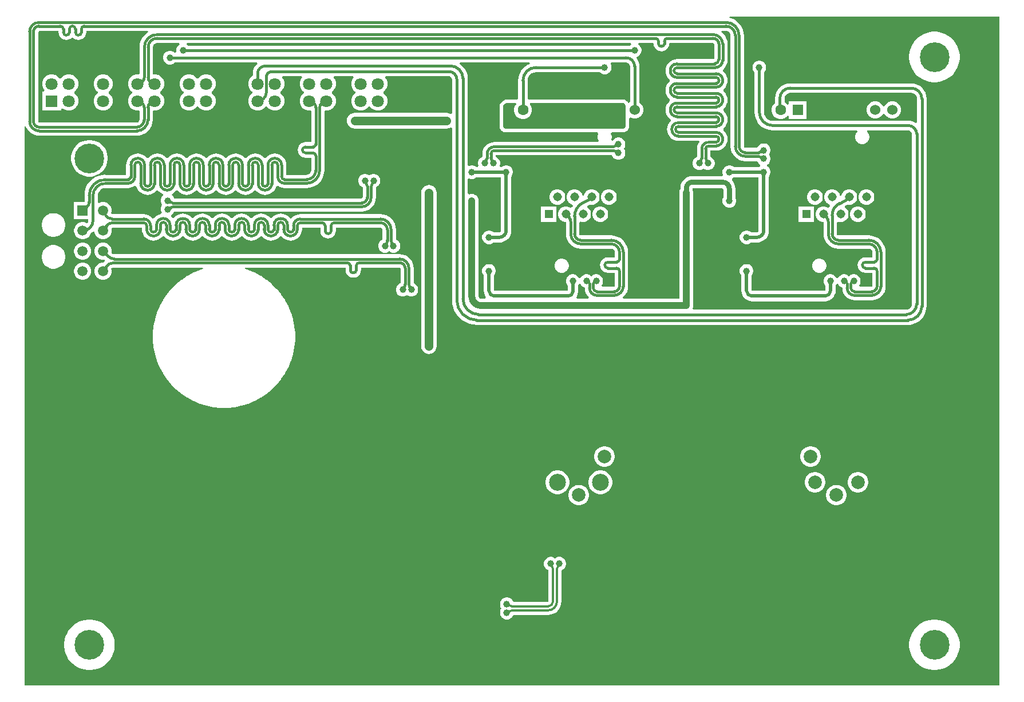
<source format=gtl>
G04*
G04 #@! TF.GenerationSoftware,Altium Limited,Altium Designer,24.5.2 (23)*
G04*
G04 Layer_Physical_Order=1*
G04 Layer_Color=255*
%FSLAX44Y44*%
%MOMM*%
G71*
G04*
G04 #@! TF.SameCoordinates,DB171CDF-FD1A-43B8-AFCB-F980BC985382*
G04*
G04*
G04 #@! TF.FilePolarity,Positive*
G04*
G01*
G75*
%ADD26C,0.3810*%
%ADD27C,0.3048*%
%ADD28C,0.7620*%
%ADD29C,1.0160*%
%ADD30C,0.5080*%
%ADD31C,1.2700*%
%ADD32C,1.5200*%
%ADD33R,1.5200X1.5200*%
%ADD34C,1.8000*%
%ADD35R,1.8000X1.8000*%
%ADD36C,1.6000*%
%ADD37R,1.6000X1.6000*%
%ADD38C,2.0000*%
%ADD39C,2.5000*%
%ADD40R,1.3080X1.3080*%
%ADD41C,1.3080*%
%ADD42C,1.5240*%
%ADD43C,4.4000*%
%ADD44C,1.0000*%
G36*
X188211Y971601D02*
X187061Y970986D01*
X183133Y967763D01*
X179910Y963835D01*
X177515Y959354D01*
X176040Y954492D01*
X175542Y949436D01*
X175606D01*
Y910320D01*
X174310Y909325D01*
X170602D01*
X167021Y908365D01*
X163811Y906512D01*
X161189Y903890D01*
X159335Y900680D01*
X158376Y897099D01*
Y893391D01*
X159335Y889810D01*
X161189Y886600D01*
X163811Y883978D01*
X164533Y883561D01*
Y881529D01*
X163811Y881112D01*
X161189Y878490D01*
X159335Y875280D01*
X158376Y871699D01*
Y867991D01*
X159335Y864410D01*
X161189Y861200D01*
X163811Y858578D01*
X167021Y856725D01*
X170602Y855765D01*
X174310D01*
X175352Y854965D01*
Y842264D01*
X175358Y842225D01*
X175050Y840678D01*
X174152Y839334D01*
X172808Y838436D01*
X171261Y838128D01*
X171222Y838133D01*
X27225D01*
Y838169D01*
X26616Y838290D01*
X26101Y838635D01*
X25756Y839151D01*
X25635Y839759D01*
X25599D01*
Y972176D01*
X26280Y972952D01*
X27056Y973633D01*
X55712D01*
X55755Y971619D01*
X55755D01*
X56148Y968635D01*
X57299Y965855D01*
X59131Y963467D01*
X61519Y961635D01*
X64300Y960483D01*
X67283Y960090D01*
X70267Y960483D01*
X73048Y961635D01*
X75435Y963467D01*
X76912D01*
X79299Y961635D01*
X82080Y960483D01*
X85063Y960090D01*
X88047Y960483D01*
X90828Y961635D01*
X93215Y963467D01*
X95048Y965855D01*
X96199Y968635D01*
X96592Y971619D01*
X96592D01*
X96635Y973633D01*
X187702D01*
X188211Y971601D01*
D02*
G37*
G36*
X902907Y953579D02*
X901811Y952946D01*
X900790Y951925D01*
X247266D01*
X246245Y952946D01*
X245148Y953579D01*
X245693Y955611D01*
X902363D01*
X902907Y953579D01*
D02*
G37*
G36*
X1447521Y5179D02*
X5179D01*
Y832250D01*
X7211Y832551D01*
X7503Y831590D01*
X9476Y827899D01*
X12130Y824665D01*
X15365Y822010D01*
X19056Y820037D01*
X23060Y818822D01*
X27225Y818412D01*
Y818455D01*
X171222D01*
Y818400D01*
X175877Y818859D01*
X180354Y820217D01*
X184480Y822422D01*
X188096Y825390D01*
X191064Y829006D01*
X193269Y833132D01*
X194627Y837608D01*
X195086Y842264D01*
X195031D01*
Y855020D01*
X196002Y855765D01*
X199710D01*
X203291Y856725D01*
X206501Y858578D01*
X209123Y861200D01*
X210976Y864410D01*
X211936Y867991D01*
Y871699D01*
X210976Y875280D01*
X209123Y878490D01*
X206501Y881112D01*
X205779Y881529D01*
Y883561D01*
X206501Y883978D01*
X209123Y886600D01*
X210976Y889810D01*
X211936Y893391D01*
Y897099D01*
X210976Y900680D01*
X209123Y903890D01*
X206501Y906512D01*
X203291Y908365D01*
X199710Y909325D01*
X196002D01*
X195285Y909875D01*
Y949436D01*
X195264Y949596D01*
X195706Y951819D01*
X197057Y953840D01*
X199077Y955190D01*
X201301Y955632D01*
X201461Y955611D01*
X234419D01*
X234963Y953579D01*
X233867Y952946D01*
X231990Y951069D01*
X230663Y948771D01*
X229976Y946207D01*
Y943553D01*
X230005Y943443D01*
X228642Y941597D01*
X227186Y941525D01*
X226687Y942024D01*
X224389Y943351D01*
X221825Y944038D01*
X219171D01*
X216607Y943351D01*
X214309Y942024D01*
X212432Y940147D01*
X211105Y937849D01*
X210418Y935285D01*
Y932631D01*
X211105Y930067D01*
X212432Y927769D01*
X214309Y925892D01*
X216607Y924565D01*
X219171Y923878D01*
X221825D01*
X224389Y924565D01*
X226687Y925892D01*
X227708Y926913D01*
X349579D01*
X350306Y924881D01*
X348548Y923438D01*
X346270Y920662D01*
X344577Y917495D01*
X343535Y914059D01*
X343183Y910485D01*
X343211D01*
Y907436D01*
X341611Y906512D01*
X338989Y903890D01*
X337136Y900680D01*
X336176Y897099D01*
Y893391D01*
X337136Y889810D01*
X338989Y886600D01*
X341611Y883978D01*
X342333Y883561D01*
Y881529D01*
X341611Y881112D01*
X338989Y878490D01*
X337136Y875280D01*
X336176Y871699D01*
Y867991D01*
X337136Y864410D01*
X338989Y861200D01*
X341611Y858578D01*
X344821Y856725D01*
X348402Y855765D01*
X352110D01*
X355691Y856725D01*
X358901Y858578D01*
X361523Y861200D01*
X361940Y861922D01*
X363972D01*
X364389Y861200D01*
X367011Y858578D01*
X370221Y856725D01*
X373802Y855765D01*
X377510D01*
X381091Y856725D01*
X384301Y858578D01*
X386923Y861200D01*
X388776Y864410D01*
X389736Y867991D01*
Y871699D01*
X388776Y875280D01*
X386923Y878490D01*
X384301Y881112D01*
X383579Y881529D01*
Y883561D01*
X384301Y883978D01*
X386923Y886600D01*
X388776Y889810D01*
X389736Y893391D01*
Y897099D01*
X388776Y900680D01*
X386923Y903890D01*
X386369Y904444D01*
X387147Y906321D01*
X414965D01*
X415743Y904444D01*
X415189Y903890D01*
X413335Y900680D01*
X412376Y897099D01*
Y893391D01*
X413335Y889810D01*
X415189Y886600D01*
X417811Y883978D01*
X418533Y883561D01*
Y881529D01*
X417811Y881112D01*
X415189Y878490D01*
X413335Y875280D01*
X412376Y871699D01*
Y867991D01*
X413335Y864410D01*
X415189Y861200D01*
X417811Y858578D01*
X421021Y856725D01*
X424602Y855765D01*
X428310D01*
X429317Y854992D01*
Y816715D01*
Y808910D01*
X420954D01*
Y808948D01*
X417970Y808555D01*
X415189Y807403D01*
X412802Y805571D01*
X410970Y803184D01*
X409818Y800403D01*
X409425Y797420D01*
X409818Y794436D01*
X410970Y791655D01*
X412802Y789268D01*
X415189Y787435D01*
X417970Y786284D01*
X420954Y785891D01*
Y785929D01*
X429317D01*
Y767343D01*
X429307D01*
X429079Y765607D01*
X428409Y763989D01*
X427343Y762600D01*
X425953Y761534D01*
X424336Y760864D01*
X422599Y760635D01*
Y760626D01*
X392631D01*
Y774981D01*
X392653D01*
X392324Y778317D01*
X391351Y781525D01*
X389771Y784482D01*
X387644Y787073D01*
X385053Y789200D01*
X382096Y790780D01*
X378888Y791753D01*
X375552Y792082D01*
X372216Y791753D01*
X369008Y790780D01*
X366052Y789200D01*
X363461Y787073D01*
X362397Y785777D01*
X359778Y785788D01*
X358688Y787116D01*
X356097Y789242D01*
X353140Y790823D01*
X349932Y791796D01*
X346596Y792124D01*
X343260Y791796D01*
X340052Y790823D01*
X337096Y789242D01*
X334505Y787116D01*
X333431Y785808D01*
X330805D01*
X329732Y787116D01*
X327141Y789242D01*
X324184Y790823D01*
X320976Y791796D01*
X317640Y792124D01*
X314304Y791796D01*
X311096Y790823D01*
X308140Y789242D01*
X305549Y787116D01*
X304475Y785808D01*
X301849D01*
X300776Y787116D01*
X298185Y789242D01*
X295228Y790823D01*
X292020Y791796D01*
X288684Y792124D01*
X285348Y791796D01*
X282140Y790823D01*
X279184Y789242D01*
X276593Y787116D01*
X275519Y785808D01*
X272893D01*
X271820Y787116D01*
X269229Y789242D01*
X266272Y790823D01*
X263064Y791796D01*
X259728Y792124D01*
X256392Y791796D01*
X253184Y790823D01*
X250228Y789242D01*
X247637Y787116D01*
X246563Y785808D01*
X243937D01*
X242864Y787116D01*
X240273Y789242D01*
X237316Y790823D01*
X234108Y791796D01*
X230772Y792124D01*
X227436Y791796D01*
X224228Y790823D01*
X221272Y789242D01*
X218681Y787116D01*
X217607Y785808D01*
X214981D01*
X213908Y787116D01*
X211317Y789242D01*
X208360Y790823D01*
X205152Y791796D01*
X201816Y792124D01*
X198480Y791796D01*
X195272Y790823D01*
X192316Y789242D01*
X189725Y787116D01*
X188651Y785808D01*
X186025D01*
X184952Y787116D01*
X182361Y789242D01*
X179404Y790823D01*
X176196Y791796D01*
X172860Y792124D01*
X169524Y791796D01*
X166316Y790823D01*
X163360Y789242D01*
X160769Y787116D01*
X158642Y784525D01*
X157062Y781568D01*
X156089Y778360D01*
X155760Y775024D01*
X155782D01*
Y760626D01*
X124874D01*
Y760661D01*
X120046Y760281D01*
X115337Y759150D01*
X110863Y757297D01*
X106734Y754767D01*
X103051Y751622D01*
X99906Y747939D01*
X97376Y743810D01*
X95522Y739336D01*
X94392Y734627D01*
X94012Y729799D01*
X94047D01*
Y720457D01*
X94030D01*
X94025Y720432D01*
X78756D01*
Y695072D01*
X99635D01*
Y692996D01*
X99636Y692983D01*
X99359Y690873D01*
X99122Y690302D01*
X96662Y689376D01*
X96330Y689568D01*
X93105Y690432D01*
X89767D01*
X86542Y689568D01*
X83650Y687898D01*
X81290Y685538D01*
X79620Y682646D01*
X78756Y679421D01*
Y676083D01*
X79620Y672858D01*
X81290Y669966D01*
X83650Y667606D01*
X86542Y665936D01*
X89767Y665072D01*
X93105D01*
X96330Y665936D01*
X99222Y667606D01*
X101582Y669966D01*
X103252Y672858D01*
X103642Y674315D01*
X103846Y674424D01*
X106724Y676786D01*
X108477Y676179D01*
X108801Y675913D01*
X109620Y672858D01*
X111290Y669966D01*
X113650Y667606D01*
X116542Y665936D01*
X119767Y665072D01*
X123105D01*
X126330Y665936D01*
X129222Y667606D01*
X131582Y669966D01*
X133252Y672858D01*
X134116Y676083D01*
Y679421D01*
X133845Y680433D01*
X135311Y682523D01*
X135930Y682647D01*
X136014Y682636D01*
X179083D01*
Y680136D01*
X179061D01*
X179389Y676800D01*
X180362Y673592D01*
X181943Y670636D01*
X184069Y668044D01*
X186661Y665918D01*
X189617Y664337D01*
X192825Y663364D01*
X196161Y663036D01*
X199497Y663364D01*
X202705Y664337D01*
X205662Y665918D01*
X208253Y668044D01*
X209326Y669352D01*
X211952D01*
X213025Y668044D01*
X215617Y665918D01*
X218573Y664337D01*
X221781Y663364D01*
X225117Y663036D01*
X228453Y663364D01*
X231661Y664337D01*
X234618Y665918D01*
X237209Y668044D01*
X238282Y669352D01*
X240908D01*
X241981Y668044D01*
X244573Y665918D01*
X247529Y664337D01*
X250737Y663364D01*
X254073Y663036D01*
X257409Y663364D01*
X260617Y664337D01*
X263573Y665918D01*
X266165Y668044D01*
X267238Y669352D01*
X269864D01*
X270937Y668044D01*
X273529Y665918D01*
X276485Y664337D01*
X279693Y663364D01*
X283029Y663036D01*
X286365Y663364D01*
X289573Y664337D01*
X292530Y665918D01*
X295121Y668044D01*
X296194Y669352D01*
X298820D01*
X299893Y668044D01*
X302485Y665918D01*
X305441Y664337D01*
X308649Y663364D01*
X311985Y663036D01*
X315321Y663364D01*
X318529Y664337D01*
X321485Y665918D01*
X324077Y668044D01*
X325150Y669352D01*
X327776D01*
X328849Y668044D01*
X331441Y665918D01*
X334397Y664337D01*
X337605Y663364D01*
X340941Y663036D01*
X344277Y663364D01*
X347485Y664337D01*
X350442Y665918D01*
X353033Y668044D01*
X354106Y669352D01*
X356732D01*
X357805Y668044D01*
X360397Y665918D01*
X363353Y664337D01*
X366561Y663364D01*
X369897Y663036D01*
X373233Y663364D01*
X376441Y664337D01*
X379398Y665918D01*
X381989Y668044D01*
X383062Y669352D01*
X385688D01*
X386761Y668044D01*
X389353Y665918D01*
X392309Y664337D01*
X395517Y663364D01*
X398853Y663036D01*
X402189Y663364D01*
X405397Y664337D01*
X408354Y665918D01*
X410945Y668044D01*
X413072Y670636D01*
X414652Y673592D01*
X415625Y676800D01*
X415953Y680136D01*
X415931D01*
Y682636D01*
X442974D01*
Y677848D01*
X442935D01*
X443328Y674864D01*
X444480Y672083D01*
X446312Y669696D01*
X448700Y667864D01*
X451480Y666712D01*
X454464Y666319D01*
X457448Y666712D01*
X460228Y667864D01*
X462616Y669696D01*
X464448Y672083D01*
X465600Y674864D01*
X465993Y677848D01*
X465954D01*
Y682636D01*
X531773D01*
Y682632D01*
X533033Y682381D01*
X534102Y681667D01*
X534817Y680598D01*
X535067Y679337D01*
X535071D01*
Y664799D01*
X534749Y664713D01*
X532451Y663386D01*
X530574Y661509D01*
X529247Y659211D01*
X528560Y656647D01*
Y653993D01*
X529247Y651429D01*
X530574Y649131D01*
X532451Y647254D01*
X534749Y645927D01*
X537313Y645240D01*
X539967D01*
X542531Y645927D01*
X544829Y647254D01*
X544910Y647335D01*
X544991Y647254D01*
X547289Y645927D01*
X549853Y645240D01*
X552507D01*
X555071Y645927D01*
X557369Y647254D01*
X559246Y649131D01*
X560573Y651429D01*
X561260Y653993D01*
Y656647D01*
X560573Y659211D01*
X559246Y661509D01*
X557369Y663386D01*
X555071Y664713D01*
X554749Y664799D01*
Y679337D01*
X554800D01*
X554357Y683830D01*
X553047Y688150D01*
X550919Y692131D01*
X548055Y695620D01*
X544566Y698484D01*
X540585Y700612D01*
X536265Y701922D01*
X531773Y702365D01*
Y702314D01*
X413331D01*
Y702336D01*
X409995Y702008D01*
X406787Y701034D01*
X403831Y699454D01*
X401239Y697328D01*
X400429Y696340D01*
X400189Y696225D01*
X397837Y696385D01*
X396467Y698054D01*
X393876Y700181D01*
X390919Y701761D01*
X387711Y702734D01*
X384375Y703063D01*
X381039Y702734D01*
X377831Y701761D01*
X374875Y700181D01*
X372283Y698054D01*
X371210Y696746D01*
X368584D01*
X367511Y698054D01*
X364920Y700181D01*
X361963Y701761D01*
X358755Y702734D01*
X355419Y703063D01*
X352083Y702734D01*
X348875Y701761D01*
X345919Y700181D01*
X343327Y698054D01*
X342254Y696746D01*
X339628D01*
X338555Y698054D01*
X335964Y700181D01*
X333007Y701761D01*
X329799Y702734D01*
X326463Y703063D01*
X323127Y702734D01*
X319919Y701761D01*
X316963Y700181D01*
X314371Y698054D01*
X313298Y696746D01*
X310672D01*
X309599Y698054D01*
X307008Y700181D01*
X304051Y701761D01*
X300843Y702734D01*
X297507Y703063D01*
X294171Y702734D01*
X290963Y701761D01*
X288007Y700181D01*
X285415Y698054D01*
X284342Y696746D01*
X281716D01*
X280643Y698054D01*
X278051Y700181D01*
X275095Y701761D01*
X271887Y702734D01*
X268551Y703063D01*
X265215Y702734D01*
X262007Y701761D01*
X259051Y700181D01*
X256459Y698054D01*
X255386Y696746D01*
X252760D01*
X251687Y698054D01*
X249095Y700181D01*
X246139Y701761D01*
X242931Y702734D01*
X239595Y703063D01*
X236259Y702734D01*
X233051Y701761D01*
X230095Y700181D01*
X227503Y698054D01*
X226430Y696746D01*
X223804D01*
X222731Y698054D01*
X222064Y698602D01*
X222270Y701061D01*
X223359Y701690D01*
X225236Y703567D01*
X226563Y705865D01*
X226649Y706187D01*
X503866D01*
Y706144D01*
X508035Y706555D01*
X512044Y707771D01*
X515739Y709746D01*
X518978Y712404D01*
X521636Y715642D01*
X523611Y719337D01*
X524827Y723347D01*
X525238Y727516D01*
X525195D01*
Y742361D01*
X525517Y742447D01*
X527815Y743774D01*
X529692Y745651D01*
X531019Y747949D01*
X531706Y750513D01*
Y753167D01*
X531019Y755731D01*
X529692Y758029D01*
X527815Y759906D01*
X525517Y761233D01*
X522953Y761920D01*
X520299D01*
X517735Y761233D01*
X515437Y759906D01*
X515356Y759825D01*
X515275Y759906D01*
X512977Y761233D01*
X510413Y761920D01*
X507759D01*
X505195Y761233D01*
X502897Y759906D01*
X501020Y758029D01*
X499693Y755731D01*
X499006Y753167D01*
Y750513D01*
X499693Y747949D01*
X501020Y745651D01*
X502897Y743774D01*
X505195Y742447D01*
X505517Y742361D01*
Y727516D01*
X505481D01*
X505358Y726898D01*
X505008Y726374D01*
X504484Y726024D01*
X503866Y725901D01*
Y725865D01*
X226649D01*
X226563Y726187D01*
X225236Y728485D01*
X223492Y730230D01*
X223419Y730441D01*
X223403Y730707D01*
X223636Y732549D01*
X225795Y733702D01*
X228386Y735829D01*
X229459Y737137D01*
X232085D01*
X233159Y735829D01*
X235750Y733702D01*
X238706Y732122D01*
X241914Y731149D01*
X245250Y730820D01*
X248586Y731149D01*
X251794Y732122D01*
X254751Y733702D01*
X257342Y735829D01*
X258415Y737137D01*
X261041D01*
X262115Y735829D01*
X264706Y733702D01*
X267662Y732122D01*
X270870Y731149D01*
X274206Y730820D01*
X277542Y731149D01*
X280750Y732122D01*
X283707Y733702D01*
X286298Y735829D01*
X287371Y737137D01*
X289997D01*
X291071Y735829D01*
X293662Y733702D01*
X296618Y732122D01*
X299826Y731149D01*
X303162Y730820D01*
X306498Y731149D01*
X309706Y732122D01*
X312663Y733702D01*
X315254Y735829D01*
X316327Y737137D01*
X318953D01*
X320027Y735829D01*
X322618Y733702D01*
X325574Y732122D01*
X328782Y731149D01*
X332118Y730820D01*
X335454Y731149D01*
X338662Y732122D01*
X341619Y733702D01*
X344210Y735829D01*
X345283Y737137D01*
X347909D01*
X348983Y735829D01*
X351574Y733702D01*
X354530Y732122D01*
X357738Y731149D01*
X361074Y730820D01*
X364410Y731149D01*
X367618Y732122D01*
X370575Y733702D01*
X373166Y735829D01*
X375293Y738420D01*
X376873Y741377D01*
X377554Y743621D01*
X379746Y744451D01*
X380530Y743807D01*
X383486Y742227D01*
X386694Y741254D01*
X390030Y740925D01*
Y740947D01*
X422599D01*
Y740926D01*
X426732Y741252D01*
X430763Y742219D01*
X434593Y743806D01*
X438127Y745972D01*
X441279Y748664D01*
X443971Y751816D01*
X446137Y755350D01*
X447723Y759180D01*
X448691Y763211D01*
X449016Y767343D01*
X448995D01*
Y854992D01*
X450002Y855765D01*
X453710D01*
X457291Y856725D01*
X460501Y858578D01*
X463123Y861200D01*
X464976Y864410D01*
X465936Y867991D01*
Y871699D01*
X464976Y875280D01*
X463123Y878490D01*
X460501Y881112D01*
X459779Y881529D01*
Y883561D01*
X460501Y883978D01*
X463123Y886600D01*
X464976Y889810D01*
X465936Y893391D01*
Y897099D01*
X464976Y900680D01*
X463123Y903890D01*
X462569Y904444D01*
X463346Y906321D01*
X491165D01*
X491943Y904444D01*
X491389Y903890D01*
X489535Y900680D01*
X488576Y897099D01*
Y893391D01*
X489535Y889810D01*
X491389Y886600D01*
X494011Y883978D01*
X494733Y883561D01*
Y881529D01*
X494011Y881112D01*
X491389Y878490D01*
X489535Y875280D01*
X488576Y871699D01*
Y867991D01*
X489535Y864410D01*
X491389Y861200D01*
X494011Y858578D01*
X497221Y856725D01*
X500802Y855765D01*
X504510D01*
X508091Y856725D01*
X511301Y858578D01*
X513923Y861200D01*
X514340Y861922D01*
X516372D01*
X516789Y861200D01*
X519411Y858578D01*
X522621Y856725D01*
X526202Y855765D01*
X529910D01*
X533491Y856725D01*
X536701Y858578D01*
X539323Y861200D01*
X541176Y864410D01*
X542136Y867991D01*
Y871699D01*
X541176Y875280D01*
X539323Y878490D01*
X536701Y881112D01*
X535979Y881529D01*
Y883561D01*
X536701Y883978D01*
X539323Y886600D01*
X541176Y889810D01*
X542136Y893391D01*
Y897099D01*
X541176Y900680D01*
X539323Y903890D01*
X538769Y904444D01*
X539547Y906321D01*
X633435D01*
X633484Y906328D01*
X635090Y906009D01*
X636493Y905071D01*
X637430Y903668D01*
X637749Y902063D01*
X637743Y902013D01*
Y851442D01*
X635920Y850543D01*
X635684Y850724D01*
X632904Y851876D01*
X629920Y852269D01*
X493656D01*
X490672Y851876D01*
X487892Y850724D01*
X485504Y848892D01*
X483672Y846504D01*
X482520Y843724D01*
X482127Y840740D01*
X482520Y837756D01*
X483672Y834976D01*
X485504Y832588D01*
X487892Y830756D01*
X490672Y829604D01*
X493656Y829211D01*
X629920D01*
X632904Y829604D01*
X635684Y830756D01*
X635920Y830937D01*
X637743Y830038D01*
Y575437D01*
X637689D01*
X638145Y569639D01*
X639503Y563984D01*
X641728Y558611D01*
X644767Y553653D01*
X648544Y549231D01*
X652966Y545454D01*
X657925Y542415D01*
X663298Y540190D01*
X668953Y538832D01*
X674750Y538376D01*
Y538429D01*
X1311786D01*
Y538404D01*
X1316162Y538748D01*
X1320430Y539773D01*
X1324486Y541453D01*
X1328229Y543746D01*
X1331567Y546597D01*
X1334418Y549935D01*
X1336711Y553678D01*
X1338391Y557733D01*
X1339416Y562002D01*
X1339760Y566378D01*
X1339734D01*
Y873175D01*
X1339784D01*
X1339344Y877646D01*
X1338040Y881946D01*
X1335921Y885909D01*
X1333071Y889382D01*
X1329598Y892233D01*
X1325635Y894351D01*
X1321335Y895655D01*
X1316864Y896095D01*
Y896045D01*
X1137920D01*
Y896093D01*
X1133563Y895663D01*
X1129374Y894393D01*
X1125513Y892329D01*
X1122129Y889551D01*
X1119351Y886167D01*
X1117287Y882306D01*
X1116017Y878117D01*
X1115587Y873760D01*
X1115635D01*
Y867055D01*
X1115569Y867017D01*
X1113133Y864581D01*
X1111411Y861599D01*
X1110520Y858272D01*
Y854828D01*
X1111411Y851501D01*
X1113133Y848519D01*
X1115569Y846083D01*
X1118551Y844361D01*
X1121878Y843470D01*
X1125322D01*
X1128649Y844361D01*
X1131631Y846083D01*
X1133888Y848340D01*
X1134664Y848244D01*
X1135920Y847665D01*
Y843470D01*
X1162080D01*
Y869630D01*
X1135920D01*
Y865435D01*
X1134664Y864856D01*
X1133888Y864760D01*
X1131631Y867017D01*
X1129725Y868117D01*
Y873760D01*
X1129724Y873773D01*
X1130001Y875882D01*
X1130820Y877859D01*
X1132123Y879557D01*
X1133821Y880860D01*
X1135798Y881679D01*
X1137907Y881956D01*
X1137920Y881955D01*
X1316864D01*
X1316896Y881959D01*
X1319138Y881664D01*
X1321258Y880786D01*
X1323078Y879389D01*
X1324475Y877569D01*
X1325353Y875449D01*
X1325648Y873207D01*
X1325644Y873175D01*
Y837937D01*
X1323807Y837068D01*
X1323433Y837375D01*
X1320013Y839203D01*
X1316303Y840328D01*
X1312444Y840708D01*
Y840673D01*
X1112012D01*
X1111849Y840652D01*
X1108697Y841067D01*
X1105607Y842347D01*
X1102954Y844382D01*
X1100919Y847035D01*
X1099639Y850125D01*
X1099224Y853277D01*
X1099245Y853440D01*
Y912270D01*
X1100266Y913291D01*
X1101593Y915589D01*
X1102280Y918153D01*
Y920807D01*
X1101593Y923371D01*
X1100266Y925669D01*
X1098389Y927546D01*
X1096091Y928873D01*
X1093527Y929560D01*
X1090873D01*
X1088309Y928873D01*
X1086011Y927546D01*
X1084134Y925669D01*
X1082807Y923371D01*
X1082120Y920807D01*
Y918153D01*
X1082807Y915589D01*
X1084134Y913291D01*
X1085155Y912270D01*
Y853440D01*
X1085132D01*
X1085463Y849235D01*
X1086448Y845134D01*
X1088062Y841237D01*
X1090266Y837640D01*
X1093005Y834433D01*
X1096212Y831694D01*
X1099809Y829490D01*
X1103706Y827876D01*
X1107807Y826891D01*
X1112012Y826560D01*
Y826583D01*
X1236641D01*
X1237395Y824551D01*
X1235966Y823122D01*
X1234578Y820718D01*
X1233860Y818038D01*
Y815262D01*
X1234578Y812582D01*
X1235966Y810178D01*
X1237928Y808216D01*
X1240332Y806828D01*
X1243012Y806110D01*
X1245788D01*
X1248468Y806828D01*
X1250872Y808216D01*
X1252834Y810178D01*
X1254222Y812582D01*
X1254940Y815262D01*
Y818038D01*
X1254222Y820718D01*
X1252834Y823122D01*
X1251405Y824551D01*
X1252159Y826583D01*
X1312444D01*
X1312573Y826600D01*
X1314624Y826192D01*
X1316472Y824957D01*
X1317708Y823108D01*
X1318116Y821057D01*
X1318098Y820928D01*
Y569468D01*
X1318102Y569443D01*
X1317813Y567251D01*
X1316957Y565185D01*
X1315596Y563411D01*
X1313822Y562049D01*
X1311756Y561193D01*
X1309563Y560905D01*
X1309539Y560908D01*
X994677D01*
X994467Y561055D01*
X993408Y562940D01*
X993532Y563241D01*
X993559Y563287D01*
X993572Y563338D01*
X994064Y564525D01*
X994232Y565799D01*
X994246Y565851D01*
Y565904D01*
X994413Y567178D01*
Y732114D01*
X994610Y732848D01*
Y735502D01*
X993923Y738065D01*
X993496Y738804D01*
Y740841D01*
X1037464D01*
X1038437Y740216D01*
X1039063Y739242D01*
Y726723D01*
X1038637Y725985D01*
X1037950Y723421D01*
Y720767D01*
X1038637Y718203D01*
X1039964Y715905D01*
X1041841Y714028D01*
X1044139Y712701D01*
X1046703Y712014D01*
X1049357D01*
X1051920Y712701D01*
X1054219Y714028D01*
X1056096Y715905D01*
X1057423Y718203D01*
X1058110Y720767D01*
Y723421D01*
X1057423Y725985D01*
X1056997Y726723D01*
Y739813D01*
X1057011D01*
X1056647Y743515D01*
X1055567Y747075D01*
X1053813Y750356D01*
X1051664Y752974D01*
X1051783Y754193D01*
X1052156Y755283D01*
X1054219Y756474D01*
X1054599Y756854D01*
X1091144D01*
Y678175D01*
X1091130D01*
X1090943Y677236D01*
X1090411Y676439D01*
X1089614Y675907D01*
X1088674Y675720D01*
Y675706D01*
X1079999D01*
X1079619Y676086D01*
X1077320Y677413D01*
X1074757Y678100D01*
X1072103D01*
X1069539Y677413D01*
X1067241Y676086D01*
X1065364Y674209D01*
X1064037Y671911D01*
X1063350Y669347D01*
Y666693D01*
X1064037Y664129D01*
X1065364Y661831D01*
X1067241Y659954D01*
X1069539Y658627D01*
X1072103Y657940D01*
X1074757D01*
X1077320Y658627D01*
X1079619Y659954D01*
X1079999Y660334D01*
X1088674D01*
Y660314D01*
X1092159Y660657D01*
X1095510Y661674D01*
X1098598Y663324D01*
X1101304Y665546D01*
X1103526Y668252D01*
X1105176Y671340D01*
X1106193Y674691D01*
X1106536Y678175D01*
X1106516D01*
Y757971D01*
X1106896Y758351D01*
X1108223Y760649D01*
X1108910Y763213D01*
Y765867D01*
X1108223Y768431D01*
X1106896Y770729D01*
X1105019Y772606D01*
X1103795Y773313D01*
Y775659D01*
X1105019Y776366D01*
X1106896Y778243D01*
X1108223Y780541D01*
X1108910Y783105D01*
Y785759D01*
X1108223Y788323D01*
X1106896Y790621D01*
X1106815Y790702D01*
X1106896Y790783D01*
X1108223Y793081D01*
X1108910Y795645D01*
Y798299D01*
X1108223Y800863D01*
X1106896Y803161D01*
X1105019Y805038D01*
X1102720Y806365D01*
X1100157Y807052D01*
X1097503D01*
X1094939Y806365D01*
X1092641Y805038D01*
X1090764Y803161D01*
X1089437Y800863D01*
X1089351Y800541D01*
X1071659D01*
Y800566D01*
X1070819Y800733D01*
X1070107Y801209D01*
X1069631Y801921D01*
X1069464Y802761D01*
X1069440D01*
X1069440Y802761D01*
X1069440Y966788D01*
X1069461D01*
X1069134Y970941D01*
X1068162Y974991D01*
X1066568Y978839D01*
X1064392Y982391D01*
X1061686Y985558D01*
X1058519Y988263D01*
X1054967Y990440D01*
X1051119Y992034D01*
X1047976Y992789D01*
X1048216Y994821D01*
X1447521D01*
Y5179D01*
D02*
G37*
G36*
X1042916Y973625D02*
X1044686Y973392D01*
X1046335Y972709D01*
X1047750Y971622D01*
X1048837Y970207D01*
X1049520Y968558D01*
X1049753Y966788D01*
X1049761D01*
X1049761Y804793D01*
X1049716Y802761D01*
X1049716D01*
X1050137Y798480D01*
X1051386Y794363D01*
X1053414Y790570D01*
X1056143Y787244D01*
X1059468Y784516D01*
X1063262Y782488D01*
X1067378Y781239D01*
X1071659Y780817D01*
Y780863D01*
X1089351D01*
X1089437Y780541D01*
X1090764Y778243D01*
X1092641Y776366D01*
X1093865Y775659D01*
Y773313D01*
X1092641Y772606D01*
X1092260Y772226D01*
X1054599D01*
X1054219Y772606D01*
X1051920Y773933D01*
X1049357Y774620D01*
X1046703D01*
X1044139Y773933D01*
X1041841Y772606D01*
X1039964Y770729D01*
X1038637Y768431D01*
X1037950Y765867D01*
Y763213D01*
X1038637Y760649D01*
X1038707Y760528D01*
X1037373Y758775D01*
X993236D01*
Y758783D01*
X989787Y758443D01*
X986470Y757437D01*
X983413Y755803D01*
X980733Y753604D01*
X978534Y750925D01*
X976901Y747868D01*
X975894Y744551D01*
X975555Y741102D01*
X975555D01*
X975433Y739120D01*
X975291Y738934D01*
X974267Y736463D01*
X973918Y733811D01*
Y577425D01*
X890795D01*
X890068Y579457D01*
X892146Y581163D01*
X894732Y584314D01*
X896654Y587910D01*
X897837Y591811D01*
X898237Y595868D01*
X898197D01*
Y645868D01*
X898258D01*
X897774Y650783D01*
X896340Y655509D01*
X894012Y659865D01*
X890879Y663683D01*
X887061Y666816D01*
X882705Y669145D01*
X877979Y670578D01*
X873064Y671062D01*
Y671001D01*
X828160D01*
Y671027D01*
X827342Y671190D01*
X826647Y671654D01*
X826184Y672348D01*
X826021Y673166D01*
X825995D01*
Y690053D01*
X828027Y691291D01*
X830120Y690730D01*
X833180D01*
X836135Y691522D01*
X838785Y693052D01*
X840948Y695215D01*
X842478Y697865D01*
X843270Y700820D01*
Y703880D01*
X842478Y706835D01*
X840948Y709485D01*
X838785Y711648D01*
X837547Y712363D01*
X837589Y714685D01*
X841157Y716576D01*
X842820Y716130D01*
X845880D01*
X848835Y716922D01*
X851485Y718452D01*
X853648Y720615D01*
X855178Y723265D01*
X855970Y726220D01*
Y729280D01*
X855178Y732235D01*
X853648Y734885D01*
X851485Y737048D01*
X848835Y738578D01*
X845880Y739370D01*
X842820D01*
X839865Y738578D01*
X837215Y737048D01*
X835052Y734885D01*
X833522Y732235D01*
X832886Y729861D01*
X832510Y729634D01*
X830233Y730538D01*
X829778Y732235D01*
X828248Y734885D01*
X826085Y737048D01*
X823435Y738578D01*
X820480Y739370D01*
X817420D01*
X814465Y738578D01*
X811815Y737048D01*
X809652Y734885D01*
X808122Y732235D01*
X807330Y729280D01*
Y726220D01*
X808122Y723265D01*
X809652Y720615D01*
X811815Y718452D01*
X814465Y716922D01*
X815673Y716598D01*
X816426Y714711D01*
X815199Y712708D01*
X815009Y712487D01*
X812704Y712041D01*
X810735Y713178D01*
X807780Y713970D01*
X804720D01*
X801765Y713178D01*
X799115Y711648D01*
X796952Y709485D01*
X795422Y706835D01*
X794630Y703880D01*
Y700820D01*
X795422Y697865D01*
X796952Y695215D01*
X799115Y693052D01*
X801765Y691522D01*
X804720Y690730D01*
X806317D01*
Y673166D01*
X806272D01*
X806692Y668896D01*
X807938Y664790D01*
X809960Y661006D01*
X812683Y657689D01*
X816000Y654967D01*
X819784Y652944D01*
X823890Y651698D01*
X828160Y651278D01*
Y651323D01*
X873064D01*
X873181Y651338D01*
X875166Y650943D01*
X876948Y649753D01*
X878139Y647970D01*
X878534Y645985D01*
X878519Y645868D01*
Y638517D01*
X868167D01*
Y638556D01*
X865183Y638163D01*
X862402Y637011D01*
X860015Y635179D01*
X858183Y632791D01*
X857031Y630011D01*
X856638Y627027D01*
X857031Y624043D01*
X858183Y621263D01*
X860015Y618875D01*
X862402Y617043D01*
X865183Y615891D01*
X868167Y615498D01*
Y615537D01*
X878519D01*
Y609643D01*
Y596349D01*
X877881Y595428D01*
X876960Y594790D01*
X859406D01*
X858564Y596822D01*
X858988Y597246D01*
X860315Y599545D01*
X861002Y602108D01*
Y604762D01*
X860315Y607326D01*
X858988Y609625D01*
X857111Y611502D01*
X854812Y612828D01*
X852249Y613516D01*
X849595D01*
X847031Y612828D01*
X844733Y611502D01*
X843889Y610658D01*
X843046Y611502D01*
X840748Y612828D01*
X838184Y613516D01*
X835530D01*
X832966Y612828D01*
X830668Y611502D01*
X828791Y609625D01*
X827784Y607881D01*
X827189Y607711D01*
X826118D01*
X825523Y607881D01*
X824516Y609625D01*
X822639Y611502D01*
X820341Y612828D01*
X817777Y613516D01*
X815123D01*
X812559Y612828D01*
X810261Y611502D01*
X808384Y609625D01*
X807057Y607326D01*
X806370Y604762D01*
Y602108D01*
X807057Y599545D01*
X808384Y597246D01*
X808764Y596866D01*
Y588872D01*
X700300D01*
Y588923D01*
X700206Y588963D01*
X700167Y589057D01*
X700116D01*
Y611799D01*
X700496Y612179D01*
X701823Y614477D01*
X702510Y617041D01*
Y619695D01*
X701823Y622259D01*
X700496Y624557D01*
X698619Y626434D01*
X696320Y627761D01*
X693757Y628448D01*
X691103D01*
X688539Y627761D01*
X686241Y626434D01*
X684364Y624557D01*
X683037Y622259D01*
X682350Y619695D01*
Y617041D01*
X683037Y614477D01*
X684364Y612179D01*
X684744Y611799D01*
Y589057D01*
X684735D01*
X685034Y586020D01*
X685920Y583100D01*
X687358Y580409D01*
X688139Y579457D01*
X687178Y577425D01*
X680238D01*
X680184Y577418D01*
X679098Y577634D01*
X678132Y578280D01*
X677486Y579246D01*
X677270Y580331D01*
X677278Y580386D01*
Y722094D01*
X677110Y723368D01*
Y723421D01*
X677096Y723473D01*
X676928Y724746D01*
X676437Y725933D01*
X676423Y725985D01*
X676396Y726031D01*
X675905Y727218D01*
X675122Y728237D01*
X675096Y728283D01*
X675058Y728321D01*
X674276Y729340D01*
X673257Y730122D01*
X673219Y730160D01*
X673173Y730187D01*
X672154Y730969D01*
X670967Y731460D01*
X670920Y731487D01*
X670869Y731501D01*
X669682Y731992D01*
X668408Y732160D01*
X668357Y732174D01*
X668304D01*
X667030Y732342D01*
X665756Y732174D01*
X665703D01*
X665651Y732160D01*
X664378Y731992D01*
X663190Y731501D01*
X663139Y731487D01*
X663093Y731460D01*
X663009Y731426D01*
X660977Y732695D01*
Y754363D01*
X662737Y755379D01*
X663139Y755147D01*
X665703Y754460D01*
X668357D01*
X670920Y755147D01*
X673219Y756474D01*
X673599Y756854D01*
X710144D01*
Y678175D01*
X710130D01*
X709943Y677236D01*
X709411Y676439D01*
X708614Y675907D01*
X707674Y675720D01*
Y675706D01*
X698999D01*
X698619Y676086D01*
X696320Y677413D01*
X693757Y678100D01*
X691103D01*
X688539Y677413D01*
X686241Y676086D01*
X684364Y674209D01*
X683037Y671911D01*
X682350Y669347D01*
Y666693D01*
X683037Y664129D01*
X684364Y661831D01*
X686241Y659954D01*
X688539Y658627D01*
X691103Y657940D01*
X693757D01*
X696320Y658627D01*
X698619Y659954D01*
X698999Y660334D01*
X707674D01*
Y660314D01*
X711159Y660657D01*
X714510Y661674D01*
X717598Y663324D01*
X720304Y665546D01*
X722526Y668252D01*
X724176Y671340D01*
X725193Y674691D01*
X725536Y678175D01*
X725516D01*
Y757971D01*
X725896Y758351D01*
X727223Y760649D01*
X727910Y763213D01*
Y765867D01*
X727223Y768431D01*
X725896Y770729D01*
X724019Y772606D01*
X721721Y773933D01*
X719157Y774620D01*
X716503D01*
X713939Y773933D01*
X711641Y772606D01*
X711260Y772226D01*
X709064D01*
X708397Y773380D01*
X708135Y774258D01*
X708761Y776595D01*
Y779249D01*
X708074Y781813D01*
X706747Y784111D01*
X704870Y785988D01*
X702572Y787315D01*
X702250Y787401D01*
Y789490D01*
X874387D01*
X874473Y789168D01*
X875800Y786870D01*
X877677Y784993D01*
X879975Y783666D01*
X882539Y782979D01*
X885193D01*
X887757Y783666D01*
X890055Y784993D01*
X891932Y786870D01*
X893259Y789168D01*
X893946Y791732D01*
Y794386D01*
X893259Y796950D01*
X891932Y799248D01*
X891851Y799329D01*
X891932Y799410D01*
X893259Y801708D01*
X893946Y804272D01*
Y806926D01*
X893259Y809490D01*
X891932Y811788D01*
X890055Y813665D01*
X887757Y814992D01*
X885193Y815679D01*
X882539D01*
X879975Y814992D01*
X877677Y813665D01*
X875800Y811788D01*
X875115Y810603D01*
X874426D01*
X873222Y812582D01*
X873940Y815262D01*
Y818038D01*
X873222Y820718D01*
X872790Y821466D01*
X873963Y823498D01*
X891094D01*
X893076Y823892D01*
X894691Y824561D01*
X896371Y825684D01*
X897607Y826920D01*
X897607Y826920D01*
X898730Y828600D01*
X899399Y830215D01*
X899793Y832197D01*
Y844277D01*
X901825Y845450D01*
X903098Y844715D01*
X906328Y843850D01*
X909672D01*
X912902Y844715D01*
X915798Y846387D01*
X918162Y848752D01*
X919834Y851648D01*
X920700Y854878D01*
Y858222D01*
X919834Y861452D01*
X918162Y864348D01*
X915798Y866712D01*
X915045Y867147D01*
Y920800D01*
X915082D01*
X914694Y924749D01*
X913542Y928546D01*
X911671Y932045D01*
X910585Y933369D01*
X911206Y935304D01*
X911891Y935487D01*
X914189Y936814D01*
X916066Y938691D01*
X917393Y940989D01*
X918080Y943553D01*
Y946207D01*
X917393Y948771D01*
X916066Y951069D01*
X914189Y952946D01*
X913092Y953579D01*
X913637Y955611D01*
X934227D01*
X935965Y954901D01*
X936358Y951917D01*
X937509Y949137D01*
X939342Y946749D01*
X941729Y944917D01*
X944510Y943765D01*
X947494Y943373D01*
X950477Y943765D01*
X953258Y944917D01*
X955646Y946749D01*
X957478Y949137D01*
X958629Y951917D01*
X959022Y954901D01*
X960760Y955611D01*
X1023684D01*
Y955579D01*
X1024377Y955442D01*
X1024964Y955049D01*
X1025356Y954462D01*
X1025494Y953770D01*
X1025526D01*
Y933917D01*
X1025468Y931909D01*
X1025461Y931906D01*
X1025458Y931899D01*
X1023450Y931841D01*
X970598D01*
Y931863D01*
X967262Y931535D01*
X964054Y930562D01*
X961098Y928981D01*
X958506Y926855D01*
X956380Y924264D01*
X954799Y921307D01*
X953826Y918099D01*
X953498Y914763D01*
X953826Y911427D01*
X954799Y908219D01*
X956380Y905263D01*
X958506Y902671D01*
X959814Y901598D01*
Y898972D01*
X958506Y897899D01*
X956380Y895307D01*
X954799Y892351D01*
X953826Y889143D01*
X953498Y885807D01*
X953826Y882471D01*
X954799Y879263D01*
X956380Y876307D01*
X958506Y873715D01*
X959814Y872642D01*
Y870016D01*
X958506Y868943D01*
X956380Y866351D01*
X954799Y863395D01*
X953826Y860187D01*
X953498Y856851D01*
X953826Y853515D01*
X954799Y850307D01*
X956380Y847351D01*
X958506Y844759D01*
X960923Y842776D01*
X961261Y842091D01*
X961413Y840549D01*
X960728Y839987D01*
X958602Y837395D01*
X957021Y834439D01*
X956048Y831231D01*
X955720Y827895D01*
X956048Y824559D01*
X957021Y821351D01*
X958602Y818395D01*
X960728Y815803D01*
X963320Y813677D01*
X966276Y812096D01*
X969484Y811123D01*
X972820Y810795D01*
Y810817D01*
X1002587D01*
X1003456Y808980D01*
X1003012Y808439D01*
X1001432Y805483D01*
X1000459Y802275D01*
X1000131Y798939D01*
X1000153D01*
Y787227D01*
X999831Y787141D01*
X997533Y785814D01*
X995656Y783937D01*
X994329Y781639D01*
X993642Y779075D01*
Y776421D01*
X994329Y773857D01*
X995656Y771559D01*
X997533Y769682D01*
X999831Y768355D01*
X1002395Y767668D01*
X1005049D01*
X1007613Y768355D01*
X1009911Y769682D01*
X1009992Y769763D01*
X1010073Y769682D01*
X1012371Y768355D01*
X1014935Y767668D01*
X1017589D01*
X1020153Y768355D01*
X1022451Y769682D01*
X1024328Y771559D01*
X1025655Y773857D01*
X1026342Y776421D01*
Y779075D01*
X1025655Y781639D01*
X1024328Y783937D01*
X1022451Y785814D01*
X1020153Y787141D01*
X1019831Y787227D01*
Y796339D01*
X1028153D01*
Y796317D01*
X1031489Y796645D01*
X1034697Y797618D01*
X1037653Y799199D01*
X1040245Y801325D01*
X1042371Y803917D01*
X1043952Y806873D01*
X1044925Y810081D01*
X1045253Y813417D01*
X1044925Y816753D01*
X1043952Y819961D01*
X1042371Y822917D01*
X1040245Y825509D01*
X1038937Y826582D01*
Y829208D01*
X1040245Y830281D01*
X1042371Y832873D01*
X1043952Y835829D01*
X1044925Y839037D01*
X1045253Y842373D01*
X1044925Y845709D01*
X1043952Y848917D01*
X1042371Y851873D01*
X1040245Y854465D01*
X1038937Y855538D01*
Y858164D01*
X1040245Y859237D01*
X1042371Y861829D01*
X1043952Y864785D01*
X1044925Y867993D01*
X1045253Y871329D01*
X1044925Y874665D01*
X1043952Y877873D01*
X1042371Y880829D01*
X1040245Y883421D01*
X1038937Y884494D01*
Y887120D01*
X1040245Y888193D01*
X1042371Y890785D01*
X1043952Y893741D01*
X1044925Y896949D01*
X1045253Y900285D01*
X1044925Y903621D01*
X1043952Y906829D01*
X1042371Y909786D01*
X1040245Y912377D01*
X1038558Y913761D01*
X1038392Y916096D01*
X1038510Y916350D01*
X1039887Y917480D01*
X1042156Y920246D01*
X1043843Y923400D01*
X1044881Y926824D01*
X1045232Y930384D01*
X1045204D01*
Y953770D01*
X1045248D01*
X1044833Y957977D01*
X1043606Y962022D01*
X1041614Y965750D01*
X1038932Y969018D01*
X1035784Y971601D01*
X1035782Y971753D01*
X1037121Y973633D01*
X1042916D01*
Y973625D01*
D02*
G37*
G36*
X897201Y926495D02*
X899201Y925159D01*
X900537Y923159D01*
X900975Y920956D01*
X900955Y920800D01*
Y868361D01*
X898923Y867188D01*
X898107Y867492D01*
X897542Y868338D01*
X896184Y869696D01*
X894504Y870819D01*
X894503Y870819D01*
X892730Y871553D01*
X892730Y871553D01*
X890748Y871947D01*
X753535D01*
X753535Y871948D01*
X751677Y871578D01*
X751511Y871579D01*
X749645Y872723D01*
Y900080D01*
X749626Y900229D01*
X750028Y903288D01*
X751266Y906277D01*
X753236Y908844D01*
X755803Y910814D01*
X758792Y912052D01*
X761851Y912454D01*
X762000Y912435D01*
X856390D01*
X857411Y911414D01*
X859709Y910087D01*
X862273Y909400D01*
X864927D01*
X867491Y910087D01*
X869789Y911414D01*
X871666Y913291D01*
X872993Y915589D01*
X873680Y918153D01*
Y920807D01*
X872993Y923371D01*
X872121Y924881D01*
X873129Y926913D01*
X894842D01*
X894998Y926933D01*
X897201Y926495D01*
D02*
G37*
G36*
X752927Y924881D02*
X749984Y923662D01*
X746443Y921492D01*
X743285Y918795D01*
X740588Y915637D01*
X738418Y912096D01*
X736829Y908259D01*
X735859Y904220D01*
X735533Y900080D01*
X735555D01*
Y872723D01*
X733689Y871579D01*
X733523Y871578D01*
X731665Y871947D01*
X718141D01*
X716159Y871553D01*
X713919Y870625D01*
X712238Y869502D01*
X710523Y867787D01*
X709401Y866107D01*
X708473Y863867D01*
X708078Y861885D01*
Y831926D01*
X708473Y829943D01*
X708473Y829943D01*
X709090Y828453D01*
X710212Y826773D01*
X711353Y825632D01*
X713034Y824510D01*
X714524Y823892D01*
X716506Y823498D01*
X852837D01*
X854010Y821466D01*
X853578Y820718D01*
X852860Y818038D01*
Y815262D01*
X853578Y812582D01*
X854376Y811200D01*
X853203Y809168D01*
X700300D01*
Y809193D01*
X696836Y808852D01*
X693506Y807842D01*
X690437Y806201D01*
X687746Y803994D01*
X685538Y801303D01*
X683898Y798234D01*
X682888Y794903D01*
X682546Y791440D01*
X682572D01*
Y787401D01*
X682250Y787315D01*
X679952Y785988D01*
X678075Y784111D01*
X676748Y781813D01*
X676061Y779249D01*
Y776595D01*
X676687Y774258D01*
X676425Y773380D01*
X675758Y772226D01*
X673599D01*
X673219Y772606D01*
X670920Y773933D01*
X668357Y774620D01*
X665703D01*
X663139Y773933D01*
X662737Y773701D01*
X660977Y774717D01*
Y903177D01*
X661041D01*
X660548Y908183D01*
X659087Y912997D01*
X656716Y917433D01*
X653525Y921322D01*
X649636Y924513D01*
X648949Y924881D01*
X649458Y926913D01*
X752523D01*
X752927Y924881D01*
D02*
G37*
G36*
X892522Y866033D02*
X893879Y864676D01*
X894614Y862902D01*
Y832197D01*
X893945Y830582D01*
X892709Y829346D01*
X891094Y828678D01*
X716506D01*
X715016Y829295D01*
X713875Y830435D01*
X713258Y831926D01*
Y861885D01*
X714186Y864125D01*
X715901Y865840D01*
X718141Y866768D01*
X731665D01*
X732443Y864891D01*
X732133Y864581D01*
X730411Y861599D01*
X729520Y858272D01*
Y854828D01*
X730411Y851501D01*
X732133Y848519D01*
X734569Y846083D01*
X737551Y844361D01*
X740878Y843470D01*
X744322D01*
X747649Y844361D01*
X750631Y846083D01*
X753067Y848519D01*
X754789Y851501D01*
X755680Y854828D01*
Y858272D01*
X754789Y861599D01*
X753067Y864581D01*
X752757Y864891D01*
X753535Y866768D01*
X890748D01*
X892522Y866033D01*
D02*
G37*
G36*
X170859Y743621D02*
X171540Y741377D01*
X173120Y738420D01*
X175247Y735829D01*
X177838Y733702D01*
X180794Y732122D01*
X184002Y731149D01*
X187338Y730820D01*
X190674Y731149D01*
X193882Y732122D01*
X196839Y733702D01*
X199430Y735829D01*
X200503Y737137D01*
X203129D01*
X204203Y735829D01*
X206794Y733702D01*
X209750Y732122D01*
X210082Y732022D01*
X210416Y729797D01*
X209104Y728485D01*
X207777Y726187D01*
X207090Y723623D01*
Y720969D01*
X207777Y718405D01*
X209104Y716107D01*
X209185Y716026D01*
X209104Y715945D01*
X207777Y713647D01*
X207090Y711083D01*
Y708429D01*
X207777Y705865D01*
X208347Y704879D01*
X207303Y702734D01*
X204095Y701761D01*
X201139Y700181D01*
X198547Y698054D01*
X197177Y696385D01*
X194825Y696225D01*
X194585Y696340D01*
X193775Y697328D01*
X191183Y699454D01*
X188227Y701034D01*
X185019Y702008D01*
X181683Y702336D01*
Y702314D01*
X135321D01*
X135204Y702299D01*
X135191Y702301D01*
X133736Y704663D01*
X134116Y706083D01*
Y709421D01*
X133252Y712646D01*
X131582Y715538D01*
X129222Y717898D01*
X126330Y719568D01*
X123105Y720432D01*
X119767D01*
X116542Y719568D01*
X115485Y718958D01*
X113725Y719974D01*
Y729799D01*
X113711Y729909D01*
X114077Y732692D01*
X115194Y735388D01*
X116970Y737703D01*
X119285Y739479D01*
X121981Y740595D01*
X124764Y740962D01*
X124874Y740947D01*
X158382D01*
Y740925D01*
X161718Y741254D01*
X164926Y742227D01*
X167883Y743807D01*
X168667Y744451D01*
X170859Y743621D01*
D02*
G37*
G36*
X827784Y598990D02*
X828791Y597246D01*
X830668Y595369D01*
X832498Y594313D01*
X834024Y593090D01*
X834370Y589577D01*
X835394Y586200D01*
X837058Y583087D01*
X839297Y580359D01*
X840395Y579457D01*
X839668Y577425D01*
X822406D01*
X821404Y579457D01*
X822276Y580595D01*
X823705Y584044D01*
X824192Y587745D01*
X824136D01*
Y596866D01*
X824516Y597246D01*
X825523Y598990D01*
X826118Y599160D01*
X827189D01*
X827784Y598990D01*
D02*
G37*
%LPC*%
G36*
X72710Y909325D02*
X69002D01*
X65421Y908365D01*
X62211Y906512D01*
X59589Y903890D01*
X59172Y903168D01*
X57140D01*
X56723Y903890D01*
X54101Y906512D01*
X50891Y908365D01*
X47310Y909325D01*
X43602D01*
X40021Y908365D01*
X36811Y906512D01*
X34189Y903890D01*
X32336Y900680D01*
X31376Y897099D01*
Y893391D01*
X32336Y889810D01*
X34189Y886600D01*
X34832Y885957D01*
X33990Y883925D01*
X31376D01*
Y855765D01*
X59536D01*
Y858379D01*
X61568Y859221D01*
X62211Y858578D01*
X65421Y856725D01*
X69002Y855765D01*
X72710D01*
X76291Y856725D01*
X79501Y858578D01*
X82123Y861200D01*
X83976Y864410D01*
X84936Y867991D01*
Y871699D01*
X83976Y875280D01*
X82123Y878490D01*
X79501Y881112D01*
X78779Y881529D01*
Y883561D01*
X79501Y883978D01*
X82123Y886600D01*
X83976Y889810D01*
X84936Y893391D01*
Y897099D01*
X83976Y900680D01*
X82123Y903890D01*
X79501Y906512D01*
X76291Y908365D01*
X72710Y909325D01*
D02*
G37*
G36*
X123510Y909325D02*
X119802D01*
X116221Y908365D01*
X113011Y906512D01*
X110389Y903890D01*
X108535Y900680D01*
X107576Y897099D01*
Y893391D01*
X108535Y889810D01*
X110389Y886600D01*
X113011Y883978D01*
X113733Y883561D01*
Y881529D01*
X113011Y881112D01*
X110389Y878490D01*
X108535Y875280D01*
X107576Y871699D01*
Y867991D01*
X108535Y864410D01*
X110389Y861200D01*
X113011Y858578D01*
X116221Y856725D01*
X119802Y855765D01*
X123510D01*
X127091Y856725D01*
X130301Y858578D01*
X132923Y861200D01*
X134776Y864410D01*
X135736Y867991D01*
Y871699D01*
X134776Y875280D01*
X132923Y878490D01*
X130301Y881112D01*
X129579Y881529D01*
Y883561D01*
X130301Y883978D01*
X132923Y886600D01*
X134776Y889810D01*
X135736Y893391D01*
Y897099D01*
X134776Y900680D01*
X132923Y903890D01*
X130301Y906512D01*
X127091Y908365D01*
X123510Y909325D01*
D02*
G37*
G36*
X275910Y909325D02*
X272202D01*
X268621Y908365D01*
X265411Y906512D01*
X262789Y903890D01*
X262372Y903168D01*
X260340D01*
X259923Y903890D01*
X257301Y906512D01*
X254091Y908365D01*
X250510Y909325D01*
X246802D01*
X243221Y908365D01*
X240011Y906512D01*
X237389Y903890D01*
X235536Y900680D01*
X234576Y897099D01*
Y893391D01*
X235536Y889810D01*
X237389Y886600D01*
X240011Y883978D01*
X240733Y883561D01*
Y881529D01*
X240011Y881112D01*
X237389Y878490D01*
X235536Y875280D01*
X234576Y871699D01*
Y867991D01*
X235536Y864410D01*
X237389Y861200D01*
X240011Y858578D01*
X243221Y856725D01*
X246802Y855765D01*
X250510D01*
X254091Y856725D01*
X257301Y858578D01*
X259923Y861200D01*
X260340Y861922D01*
X262372D01*
X262789Y861200D01*
X265411Y858578D01*
X268621Y856725D01*
X272202Y855765D01*
X275910D01*
X279491Y856725D01*
X282701Y858578D01*
X285323Y861200D01*
X287176Y864410D01*
X288136Y867991D01*
Y871699D01*
X287176Y875280D01*
X285323Y878490D01*
X282701Y881112D01*
X281979Y881529D01*
Y883561D01*
X282701Y883978D01*
X285323Y886600D01*
X287176Y889810D01*
X288136Y893391D01*
Y897099D01*
X287176Y900680D01*
X285323Y903890D01*
X282701Y906512D01*
X279491Y908365D01*
X275910Y909325D01*
D02*
G37*
G36*
X1353797Y972328D02*
X1348903D01*
X1344052Y971689D01*
X1339326Y970423D01*
X1334805Y968550D01*
X1330567Y966104D01*
X1326685Y963125D01*
X1323225Y959665D01*
X1320246Y955783D01*
X1317800Y951545D01*
X1315927Y947024D01*
X1314661Y942298D01*
X1314022Y937447D01*
Y932553D01*
X1314661Y927702D01*
X1315927Y922976D01*
X1317800Y918455D01*
X1320246Y914217D01*
X1323225Y910335D01*
X1326685Y906875D01*
X1330567Y903896D01*
X1334805Y901450D01*
X1339326Y899577D01*
X1344052Y898311D01*
X1348903Y897672D01*
X1353797D01*
X1358648Y898311D01*
X1363374Y899577D01*
X1367895Y901450D01*
X1372133Y903896D01*
X1376015Y906875D01*
X1379475Y910335D01*
X1382454Y914217D01*
X1384900Y918455D01*
X1386773Y922976D01*
X1388039Y927702D01*
X1388678Y932553D01*
Y937447D01*
X1388039Y942298D01*
X1386773Y947024D01*
X1384900Y951545D01*
X1382454Y955783D01*
X1379475Y959665D01*
X1376015Y963125D01*
X1372133Y966104D01*
X1367895Y968550D01*
X1363374Y970423D01*
X1358648Y971689D01*
X1353797Y972328D01*
D02*
G37*
G36*
X1290672Y869250D02*
X1287328D01*
X1284098Y868384D01*
X1281202Y866712D01*
X1278837Y864348D01*
X1277420Y861893D01*
X1276467Y861681D01*
X1276133D01*
X1275180Y861893D01*
X1273762Y864348D01*
X1271398Y866712D01*
X1268502Y868384D01*
X1265272Y869250D01*
X1261928D01*
X1258698Y868384D01*
X1255802Y866712D01*
X1253437Y864348D01*
X1251765Y861452D01*
X1250900Y858222D01*
Y854878D01*
X1251765Y851648D01*
X1253437Y848752D01*
X1255802Y846387D01*
X1258698Y844715D01*
X1261928Y843850D01*
X1265272D01*
X1268502Y844715D01*
X1271398Y846387D01*
X1273762Y848752D01*
X1275180Y851207D01*
X1276133Y851419D01*
X1276467D01*
X1277420Y851207D01*
X1278837Y848752D01*
X1281202Y846387D01*
X1284098Y844715D01*
X1287328Y843850D01*
X1290672D01*
X1293902Y844715D01*
X1296798Y846387D01*
X1299162Y848752D01*
X1300834Y851648D01*
X1301700Y854878D01*
Y858222D01*
X1300834Y861452D01*
X1299162Y864348D01*
X1296798Y866712D01*
X1293902Y868384D01*
X1290672Y869250D01*
D02*
G37*
G36*
X103481Y812080D02*
X99219D01*
X95009Y811413D01*
X90955Y810096D01*
X87157Y808161D01*
X83709Y805656D01*
X80695Y802641D01*
X78189Y799193D01*
X76254Y795395D01*
X74937Y791341D01*
X74270Y787131D01*
Y782869D01*
X74937Y778659D01*
X76254Y774605D01*
X78189Y770807D01*
X80695Y767359D01*
X83709Y764344D01*
X87157Y761839D01*
X90955Y759904D01*
X95009Y758587D01*
X99219Y757920D01*
X103481D01*
X107691Y758587D01*
X111745Y759904D01*
X115543Y761839D01*
X118991Y764344D01*
X122005Y767359D01*
X124511Y770807D01*
X126446Y774605D01*
X127763Y778659D01*
X128430Y782869D01*
Y787131D01*
X127763Y791341D01*
X126446Y795395D01*
X124511Y799193D01*
X122005Y802641D01*
X118991Y805656D01*
X115543Y808161D01*
X111745Y810096D01*
X107691Y811413D01*
X103481Y812080D01*
D02*
G37*
G36*
X1226880Y739370D02*
X1223820D01*
X1220865Y738578D01*
X1218215Y737048D01*
X1216052Y734885D01*
X1214522Y732235D01*
X1213827Y729642D01*
X1213533Y729447D01*
X1213413Y729437D01*
X1211702Y730044D01*
X1211232Y730543D01*
X1210778Y732235D01*
X1209248Y734885D01*
X1207085Y737048D01*
X1204435Y738578D01*
X1201480Y739370D01*
X1198420D01*
X1195465Y738578D01*
X1192815Y737048D01*
X1190652Y734885D01*
X1189122Y732235D01*
X1188330Y729280D01*
Y726220D01*
X1189122Y723265D01*
X1190652Y720615D01*
X1192815Y718452D01*
X1195465Y716922D01*
X1196320Y716693D01*
X1197073Y714805D01*
X1195944Y712963D01*
X1195687Y712746D01*
X1193399Y712217D01*
X1191735Y713178D01*
X1188780Y713970D01*
X1185720D01*
X1182765Y713178D01*
X1180115Y711648D01*
X1177952Y709485D01*
X1176422Y706835D01*
X1175630Y703880D01*
Y700820D01*
X1176422Y697865D01*
X1177952Y695215D01*
X1180115Y693052D01*
X1182765Y691522D01*
X1185720Y690730D01*
X1187317D01*
Y673166D01*
X1187272D01*
X1187692Y668896D01*
X1188938Y664790D01*
X1190960Y661006D01*
X1193683Y657689D01*
X1197000Y654967D01*
X1200784Y652944D01*
X1204890Y651698D01*
X1209160Y651278D01*
Y651323D01*
X1254064D01*
X1254181Y651338D01*
X1256166Y650943D01*
X1257948Y649753D01*
X1259139Y647970D01*
X1259534Y645985D01*
X1259519Y645868D01*
Y638517D01*
X1249167D01*
Y638556D01*
X1246183Y638163D01*
X1243402Y637011D01*
X1241015Y635179D01*
X1239183Y632791D01*
X1238031Y630011D01*
X1237638Y627027D01*
X1238031Y624043D01*
X1239183Y621263D01*
X1241015Y618875D01*
X1243402Y617043D01*
X1246183Y615891D01*
X1249167Y615498D01*
Y615537D01*
X1259519D01*
Y609643D01*
Y596349D01*
X1258881Y595428D01*
X1257960Y594790D01*
X1240406D01*
X1239564Y596822D01*
X1239988Y597246D01*
X1241315Y599545D01*
X1242002Y602108D01*
Y604762D01*
X1241315Y607326D01*
X1239988Y609625D01*
X1238111Y611502D01*
X1235813Y612828D01*
X1233249Y613516D01*
X1230595D01*
X1228031Y612828D01*
X1225732Y611502D01*
X1224889Y610658D01*
X1224046Y611502D01*
X1221748Y612828D01*
X1219184Y613516D01*
X1216530D01*
X1213966Y612828D01*
X1211668Y611502D01*
X1209791Y609625D01*
X1208784Y607881D01*
X1208189Y607711D01*
X1207118D01*
X1206523Y607881D01*
X1205516Y609625D01*
X1203639Y611502D01*
X1201341Y612828D01*
X1198777Y613516D01*
X1196123D01*
X1193559Y612828D01*
X1191261Y611502D01*
X1189384Y609625D01*
X1188057Y607326D01*
X1187370Y604762D01*
Y602108D01*
X1188057Y599545D01*
X1189384Y597246D01*
X1189764Y596866D01*
Y588930D01*
X1189724Y588913D01*
X1189707Y588872D01*
X1081300D01*
Y588923D01*
X1081206Y588963D01*
X1081167Y589057D01*
X1081116D01*
Y611799D01*
X1081496Y612179D01*
X1082823Y614477D01*
X1083510Y617041D01*
Y619695D01*
X1082823Y622259D01*
X1081496Y624557D01*
X1079619Y626434D01*
X1077320Y627761D01*
X1074757Y628448D01*
X1072103D01*
X1069539Y627761D01*
X1067241Y626434D01*
X1065364Y624557D01*
X1064037Y622259D01*
X1063350Y619695D01*
Y617041D01*
X1064037Y614477D01*
X1065364Y612179D01*
X1065744Y611799D01*
Y589057D01*
X1065735D01*
X1066034Y586020D01*
X1066920Y583100D01*
X1068358Y580409D01*
X1070294Y578051D01*
X1072653Y576115D01*
X1075343Y574677D01*
X1078263Y573791D01*
X1081300Y573492D01*
Y573501D01*
X1189791D01*
Y573493D01*
X1192786Y573788D01*
X1195666Y574661D01*
X1198321Y576080D01*
X1200647Y577990D01*
X1202557Y580316D01*
X1203975Y582970D01*
X1204849Y585850D01*
X1205144Y588846D01*
X1205136D01*
Y596866D01*
X1205516Y597246D01*
X1206523Y598990D01*
X1207118Y599160D01*
X1208189D01*
X1208784Y598990D01*
X1209791Y597246D01*
X1211668Y595369D01*
X1213498Y594313D01*
X1215024Y593090D01*
X1215370Y589577D01*
X1216394Y586200D01*
X1218058Y583087D01*
X1220297Y580359D01*
X1223025Y578120D01*
X1226138Y576456D01*
X1229516Y575431D01*
X1233028Y575085D01*
Y575112D01*
X1258441D01*
Y575072D01*
X1262498Y575471D01*
X1266399Y576655D01*
X1269995Y578577D01*
X1273146Y581163D01*
X1275732Y584314D01*
X1277654Y587910D01*
X1278837Y591811D01*
X1279237Y595868D01*
X1279197D01*
Y645868D01*
X1279258D01*
X1278774Y650783D01*
X1277340Y655509D01*
X1275012Y659865D01*
X1271879Y663683D01*
X1268061Y666816D01*
X1263705Y669145D01*
X1258979Y670578D01*
X1254064Y671062D01*
Y671001D01*
X1209160D01*
Y671027D01*
X1208342Y671190D01*
X1207647Y671654D01*
X1207184Y672348D01*
X1207021Y673166D01*
X1206995D01*
Y690053D01*
X1209027Y691291D01*
X1211120Y690730D01*
X1214180D01*
X1217135Y691522D01*
X1219785Y693052D01*
X1221948Y695215D01*
X1223478Y697865D01*
X1224270Y700820D01*
Y703880D01*
X1223478Y706835D01*
X1221948Y709485D01*
X1219785Y711648D01*
X1218776Y712231D01*
X1218818Y714553D01*
X1222475Y716490D01*
X1223820Y716130D01*
X1226880D01*
X1229835Y716922D01*
X1232485Y718452D01*
X1234648Y720615D01*
X1236178Y723265D01*
X1236970Y726220D01*
Y729280D01*
X1236178Y732235D01*
X1234648Y734885D01*
X1232485Y737048D01*
X1229835Y738578D01*
X1226880Y739370D01*
D02*
G37*
G36*
X1252280D02*
X1249220D01*
X1246265Y738578D01*
X1243615Y737048D01*
X1241452Y734885D01*
X1239922Y732235D01*
X1239130Y729280D01*
Y726220D01*
X1239922Y723265D01*
X1241452Y720615D01*
X1243615Y718452D01*
X1246265Y716922D01*
X1249220Y716130D01*
X1252280D01*
X1255235Y716922D01*
X1257885Y718452D01*
X1260048Y720615D01*
X1261578Y723265D01*
X1262370Y726220D01*
Y729280D01*
X1261578Y732235D01*
X1260048Y734885D01*
X1257885Y737048D01*
X1255235Y738578D01*
X1252280Y739370D01*
D02*
G37*
G36*
X1176080D02*
X1173020D01*
X1170065Y738578D01*
X1167415Y737048D01*
X1165252Y734885D01*
X1163722Y732235D01*
X1162930Y729280D01*
Y726220D01*
X1163722Y723265D01*
X1165252Y720615D01*
X1167415Y718452D01*
X1170065Y716922D01*
X1173020Y716130D01*
X1176080D01*
X1179035Y716922D01*
X1181685Y718452D01*
X1183848Y720615D01*
X1185378Y723265D01*
X1186170Y726220D01*
Y729280D01*
X1185378Y732235D01*
X1183848Y734885D01*
X1181685Y737048D01*
X1179035Y738578D01*
X1176080Y739370D01*
D02*
G37*
G36*
X1239580Y713970D02*
X1236520D01*
X1233565Y713178D01*
X1230915Y711648D01*
X1228752Y709485D01*
X1227222Y706835D01*
X1226430Y703880D01*
Y700820D01*
X1227222Y697865D01*
X1228752Y695215D01*
X1230915Y693052D01*
X1233565Y691522D01*
X1236520Y690730D01*
X1239580D01*
X1242535Y691522D01*
X1245185Y693052D01*
X1247348Y695215D01*
X1248878Y697865D01*
X1249670Y700820D01*
Y703880D01*
X1248878Y706835D01*
X1247348Y709485D01*
X1245185Y711648D01*
X1242535Y713178D01*
X1239580Y713970D01*
D02*
G37*
G36*
X1173470D02*
X1150230D01*
Y690730D01*
X1173470D01*
Y713970D01*
D02*
G37*
G36*
X49964Y703792D02*
X46508D01*
X43120Y703118D01*
X39928Y701796D01*
X37055Y699876D01*
X34612Y697433D01*
X32692Y694560D01*
X31370Y691368D01*
X30696Y687980D01*
Y684525D01*
X31370Y681136D01*
X32692Y677944D01*
X34612Y675071D01*
X37055Y672628D01*
X39928Y670708D01*
X43120Y669386D01*
X46508Y668712D01*
X49964D01*
X53352Y669386D01*
X56544Y670708D01*
X59417Y672628D01*
X61860Y675071D01*
X63780Y677944D01*
X65102Y681136D01*
X65776Y684525D01*
Y687980D01*
X65102Y691368D01*
X63780Y694560D01*
X61860Y697433D01*
X59417Y699876D01*
X56544Y701796D01*
X53352Y703118D01*
X49964Y703792D01*
D02*
G37*
G36*
X93105Y660432D02*
X89767D01*
X86542Y659568D01*
X83650Y657898D01*
X81290Y655538D01*
X79620Y652646D01*
X78756Y649421D01*
Y646083D01*
X79620Y642858D01*
X81290Y639966D01*
X83650Y637606D01*
X86542Y635936D01*
X89767Y635072D01*
X93105D01*
X96330Y635936D01*
X99222Y637606D01*
X101582Y639966D01*
X103252Y642858D01*
X104116Y646083D01*
Y649421D01*
X103252Y652646D01*
X101582Y655538D01*
X99222Y657898D01*
X96330Y659568D01*
X93105Y660432D01*
D02*
G37*
G36*
X49964Y656792D02*
X46508D01*
X43120Y656118D01*
X39928Y654796D01*
X37055Y652876D01*
X34612Y650433D01*
X32692Y647560D01*
X31370Y644368D01*
X30696Y640980D01*
Y637524D01*
X31370Y634136D01*
X32692Y630944D01*
X34612Y628071D01*
X37055Y625628D01*
X39928Y623708D01*
X43120Y622386D01*
X46508Y621712D01*
X49964D01*
X53352Y622386D01*
X56544Y623708D01*
X59417Y625628D01*
X61860Y628071D01*
X63780Y630944D01*
X65102Y634136D01*
X65776Y637524D01*
Y640980D01*
X65102Y644368D01*
X63780Y647560D01*
X61860Y650433D01*
X59417Y652876D01*
X56544Y654796D01*
X53352Y656118D01*
X49964Y656792D01*
D02*
G37*
G36*
X1182288Y636690D02*
X1179512D01*
X1176832Y635972D01*
X1174428Y634584D01*
X1172466Y632622D01*
X1171078Y630218D01*
X1170360Y627538D01*
Y624762D01*
X1171078Y622082D01*
X1172466Y619678D01*
X1174428Y617716D01*
X1176832Y616328D01*
X1179512Y615610D01*
X1182288D01*
X1184968Y616328D01*
X1187372Y617716D01*
X1189334Y619678D01*
X1190722Y622082D01*
X1191440Y624762D01*
Y627538D01*
X1190722Y630218D01*
X1189334Y632622D01*
X1187372Y634584D01*
X1184968Y635972D01*
X1182288Y636690D01*
D02*
G37*
G36*
X93105Y630432D02*
X89767D01*
X86542Y629568D01*
X83650Y627898D01*
X81290Y625538D01*
X79620Y622646D01*
X78756Y619421D01*
Y616083D01*
X79620Y612858D01*
X81290Y609966D01*
X83650Y607606D01*
X86542Y605936D01*
X89767Y605072D01*
X93105D01*
X96330Y605936D01*
X99222Y607606D01*
X101582Y609966D01*
X103252Y612858D01*
X104116Y616083D01*
Y619421D01*
X103252Y622646D01*
X101582Y625538D01*
X99222Y627898D01*
X96330Y629568D01*
X93105Y630432D01*
D02*
G37*
G36*
X123105Y660432D02*
X119767D01*
X116542Y659568D01*
X113650Y657898D01*
X111290Y655538D01*
X109620Y652646D01*
X108756Y649421D01*
Y646083D01*
X109620Y642858D01*
X111290Y639966D01*
X113650Y637606D01*
X116542Y635936D01*
X119767Y635072D01*
X122313D01*
X124120Y634916D01*
X124353Y634114D01*
Y632806D01*
X122268Y631094D01*
X121724Y630432D01*
X119767D01*
X116542Y629568D01*
X113650Y627898D01*
X111290Y625538D01*
X109620Y622646D01*
X108756Y619421D01*
Y616083D01*
X109620Y612858D01*
X111290Y609966D01*
X113650Y607606D01*
X116542Y605936D01*
X119767Y605072D01*
X123105D01*
X126330Y605936D01*
X129222Y607606D01*
X131582Y609966D01*
X133252Y612858D01*
X134116Y616083D01*
Y619421D01*
X133427Y621993D01*
X133910Y622364D01*
X135829Y623158D01*
X137883Y623429D01*
X137888Y623428D01*
X269157D01*
X269459Y621396D01*
X265267Y620124D01*
X265040Y620003D01*
X264788Y619953D01*
X255711Y616193D01*
X255497Y616050D01*
X255251Y615976D01*
X246586Y611344D01*
X246388Y611181D01*
X246150Y611083D01*
X237981Y605624D01*
X237799Y605443D01*
X237572Y605321D01*
X229977Y599088D01*
X229814Y598890D01*
X229601Y598747D01*
X222653Y591799D01*
X222510Y591586D01*
X222312Y591423D01*
X216078Y583828D01*
X215957Y583601D01*
X215776Y583419D01*
X210317Y575250D01*
X210219Y575013D01*
X210056Y574814D01*
X205424Y566149D01*
X205350Y565903D01*
X205207Y565689D01*
X201447Y556612D01*
X201397Y556360D01*
X201276Y556133D01*
X198423Y546731D01*
X198398Y546475D01*
X198300Y546238D01*
X196383Y536601D01*
Y536344D01*
X196308Y536098D01*
X195345Y526320D01*
X195371Y526065D01*
X195320Y525813D01*
Y515987D01*
X195371Y515735D01*
X195345Y515480D01*
X196308Y505702D01*
X196383Y505456D01*
Y505199D01*
X198300Y495562D01*
X198398Y495325D01*
X198423Y495069D01*
X201276Y485667D01*
X201397Y485440D01*
X201447Y485188D01*
X205207Y476111D01*
X205350Y475897D01*
X205424Y475651D01*
X210056Y466986D01*
X210219Y466787D01*
X210317Y466550D01*
X215776Y458381D01*
X215957Y458199D01*
X216078Y457972D01*
X222312Y450377D01*
X222510Y450214D01*
X222653Y450001D01*
X229601Y443053D01*
X229814Y442910D01*
X229977Y442712D01*
X237572Y436479D01*
X237799Y436357D01*
X237981Y436176D01*
X246150Y430717D01*
X246388Y430619D01*
X246586Y430456D01*
X255251Y425824D01*
X255497Y425750D01*
X255711Y425607D01*
X264788Y421847D01*
X265040Y421797D01*
X265267Y421676D01*
X274669Y418823D01*
X274925Y418798D01*
X275162Y418700D01*
X284799Y416783D01*
X285056D01*
X285302Y416708D01*
X295080Y415745D01*
X295335Y415771D01*
X295587Y415720D01*
X305413D01*
X305665Y415771D01*
X305920Y415745D01*
X315698Y416708D01*
X315944Y416783D01*
X316201D01*
X325838Y418700D01*
X326075Y418798D01*
X326331Y418823D01*
X335733Y421676D01*
X335960Y421797D01*
X336212Y421847D01*
X345289Y425607D01*
X345503Y425750D01*
X345749Y425824D01*
X354414Y430456D01*
X354613Y430619D01*
X354850Y430717D01*
X363019Y436176D01*
X363201Y436357D01*
X363428Y436479D01*
X371023Y442712D01*
X371186Y442910D01*
X371399Y443053D01*
X378347Y450001D01*
X378490Y450214D01*
X378688Y450377D01*
X384921Y457972D01*
X385043Y458199D01*
X385224Y458381D01*
X390683Y466550D01*
X390781Y466787D01*
X390944Y466986D01*
X395576Y475651D01*
X395650Y475897D01*
X395793Y476111D01*
X399553Y485188D01*
X399603Y485440D01*
X399724Y485667D01*
X402577Y495069D01*
X402602Y495325D01*
X402700Y495562D01*
X404617Y505199D01*
Y505456D01*
X404692Y505702D01*
X405655Y515480D01*
X405629Y515735D01*
X405680Y515987D01*
Y525813D01*
X405629Y526065D01*
X405655Y526320D01*
X404692Y536098D01*
X404617Y536344D01*
Y536601D01*
X402700Y546238D01*
X402602Y546475D01*
X402577Y546731D01*
X399724Y556133D01*
X399603Y556360D01*
X399553Y556612D01*
X395793Y565689D01*
X395650Y565903D01*
X395576Y566149D01*
X390944Y574814D01*
X390781Y575013D01*
X390683Y575250D01*
X385224Y583419D01*
X385043Y583601D01*
X384921Y583828D01*
X378688Y591423D01*
X378490Y591586D01*
X378347Y591799D01*
X371399Y598747D01*
X371186Y598890D01*
X371023Y599088D01*
X363428Y605321D01*
X363201Y605443D01*
X363019Y605624D01*
X354850Y611083D01*
X354613Y611181D01*
X354414Y611344D01*
X345749Y615976D01*
X345503Y616050D01*
X345289Y616193D01*
X336212Y619953D01*
X335960Y620003D01*
X335733Y620124D01*
X331541Y621396D01*
X331843Y623428D01*
X480126D01*
Y619829D01*
X480088D01*
X480481Y616846D01*
X481633Y614065D01*
X483465Y611677D01*
X485852Y609845D01*
X488633Y608694D01*
X491617Y608301D01*
X494601Y608694D01*
X497381Y609845D01*
X499769Y611677D01*
X501601Y614065D01*
X502752Y616846D01*
X503145Y619829D01*
X503107D01*
Y623428D01*
X559911D01*
X560741Y622762D01*
X561407Y621932D01*
Y600029D01*
X561085Y599943D01*
X558787Y598616D01*
X556910Y596739D01*
X555583Y594441D01*
X554896Y591877D01*
Y589223D01*
X555583Y586659D01*
X556910Y584361D01*
X558787Y582484D01*
X561085Y581157D01*
X563649Y580470D01*
X566303D01*
X568867Y581157D01*
X571165Y582484D01*
X571246Y582565D01*
X571327Y582484D01*
X573625Y581157D01*
X576189Y580470D01*
X578843D01*
X581407Y581157D01*
X583705Y582484D01*
X585582Y584361D01*
X586909Y586659D01*
X587596Y589223D01*
Y591877D01*
X586909Y594441D01*
X585582Y596739D01*
X583705Y598616D01*
X581407Y599943D01*
X581085Y600029D01*
Y622227D01*
X581126D01*
X580724Y626308D01*
X579533Y630233D01*
X577600Y633849D01*
X574998Y637020D01*
X571828Y639621D01*
X568211Y641554D01*
X564287Y642745D01*
X560205Y643147D01*
Y643107D01*
X138625D01*
X138621Y643106D01*
X138617Y643107D01*
X138595Y643107D01*
X138440Y643086D01*
X136219Y643528D01*
X134342Y644782D01*
X134252Y644899D01*
X133895Y645257D01*
X134116Y646083D01*
Y649421D01*
X133252Y652646D01*
X131582Y655538D01*
X129222Y657898D01*
X126330Y659568D01*
X123105Y660432D01*
D02*
G37*
G36*
X603530Y745703D02*
X600546Y745311D01*
X597766Y744159D01*
X595378Y742327D01*
X593546Y739939D01*
X592394Y737159D01*
X592001Y734175D01*
Y506815D01*
X592394Y503831D01*
X593546Y501051D01*
X595378Y498663D01*
X597766Y496831D01*
X600546Y495679D01*
X603530Y495286D01*
X606514Y495679D01*
X609294Y496831D01*
X611682Y498663D01*
X613514Y501051D01*
X614666Y503831D01*
X615058Y506815D01*
Y734175D01*
X614666Y737159D01*
X613514Y739939D01*
X611682Y742327D01*
X609294Y744159D01*
X606514Y745311D01*
X603530Y745703D01*
D02*
G37*
G36*
X1169685Y358880D02*
X1166715D01*
X1163801Y358301D01*
X1161057Y357164D01*
X1158587Y355513D01*
X1156487Y353413D01*
X1154836Y350943D01*
X1153699Y348199D01*
X1153120Y345285D01*
Y342315D01*
X1153699Y339401D01*
X1154836Y336657D01*
X1156487Y334187D01*
X1158587Y332087D01*
X1161057Y330436D01*
X1163801Y329300D01*
X1166715Y328720D01*
X1169685D01*
X1172599Y329300D01*
X1175343Y330436D01*
X1177813Y332087D01*
X1179913Y334187D01*
X1181564Y336657D01*
X1182701Y339401D01*
X1183280Y342315D01*
Y345285D01*
X1182701Y348199D01*
X1181564Y350943D01*
X1179913Y353413D01*
X1177813Y355513D01*
X1175343Y357164D01*
X1172599Y358301D01*
X1169685Y358880D01*
D02*
G37*
G36*
X864885D02*
X861915D01*
X859001Y358301D01*
X856257Y357164D01*
X853787Y355513D01*
X851687Y353413D01*
X850036Y350943D01*
X848900Y348199D01*
X848320Y345285D01*
Y342315D01*
X848900Y339401D01*
X850036Y336657D01*
X851687Y334187D01*
X853787Y332087D01*
X856257Y330436D01*
X859001Y329300D01*
X861915Y328720D01*
X864885D01*
X867799Y329300D01*
X870543Y330436D01*
X873013Y332087D01*
X875113Y334187D01*
X876764Y336657D01*
X877900Y339401D01*
X878480Y342315D01*
Y345285D01*
X877900Y348199D01*
X876764Y350943D01*
X875113Y353413D01*
X873013Y355513D01*
X870543Y357164D01*
X867799Y358301D01*
X864885Y358880D01*
D02*
G37*
G36*
X1239535Y320780D02*
X1236565D01*
X1233651Y320201D01*
X1230907Y319064D01*
X1228437Y317413D01*
X1226337Y315313D01*
X1224686Y312843D01*
X1223549Y310099D01*
X1222970Y307185D01*
Y304215D01*
X1223549Y301301D01*
X1224686Y298557D01*
X1226337Y296087D01*
X1228437Y293987D01*
X1230907Y292336D01*
X1233651Y291199D01*
X1236565Y290620D01*
X1239535D01*
X1242449Y291199D01*
X1245193Y292336D01*
X1247663Y293987D01*
X1249763Y296087D01*
X1251414Y298557D01*
X1252551Y301301D01*
X1253130Y304215D01*
Y307185D01*
X1252551Y310099D01*
X1251414Y312843D01*
X1249763Y315313D01*
X1247663Y317413D01*
X1245193Y319064D01*
X1242449Y320201D01*
X1239535Y320780D01*
D02*
G37*
G36*
X1176035D02*
X1173065D01*
X1170151Y320201D01*
X1167407Y319064D01*
X1164937Y317413D01*
X1162837Y315313D01*
X1161186Y312843D01*
X1160050Y310099D01*
X1159470Y307185D01*
Y304215D01*
X1160050Y301301D01*
X1161186Y298557D01*
X1162837Y296087D01*
X1164937Y293987D01*
X1167407Y292336D01*
X1170151Y291199D01*
X1173065Y290620D01*
X1176035D01*
X1178949Y291199D01*
X1181693Y292336D01*
X1184163Y293987D01*
X1186263Y296087D01*
X1187914Y298557D01*
X1189051Y301301D01*
X1189630Y304215D01*
Y307185D01*
X1189051Y310099D01*
X1187914Y312843D01*
X1186263Y315313D01*
X1184163Y317413D01*
X1181693Y319064D01*
X1178949Y320201D01*
X1176035Y320780D01*
D02*
G37*
G36*
X858782Y323280D02*
X855319D01*
X851922Y322604D01*
X848723Y321279D01*
X845843Y319355D01*
X843395Y316907D01*
X841471Y314027D01*
X840146Y310828D01*
X839470Y307432D01*
Y303969D01*
X840146Y300572D01*
X841471Y297373D01*
X843395Y294493D01*
X845843Y292045D01*
X848723Y290121D01*
X851922Y288796D01*
X855319Y288120D01*
X858782D01*
X862178Y288796D01*
X865377Y290121D01*
X868257Y292045D01*
X870705Y294493D01*
X872629Y297373D01*
X873954Y300572D01*
X874630Y303969D01*
Y307432D01*
X873954Y310828D01*
X872629Y314027D01*
X870705Y316907D01*
X868257Y319355D01*
X865377Y321279D01*
X862178Y322604D01*
X858782Y323280D01*
D02*
G37*
G36*
X795282D02*
X791818D01*
X788422Y322604D01*
X785223Y321279D01*
X782343Y319355D01*
X779895Y316907D01*
X777971Y314027D01*
X776646Y310828D01*
X775970Y307432D01*
Y303969D01*
X776646Y300572D01*
X777971Y297373D01*
X779895Y294493D01*
X782343Y292045D01*
X785223Y290121D01*
X788422Y288796D01*
X791818Y288120D01*
X795282D01*
X798678Y288796D01*
X801877Y290121D01*
X804757Y292045D01*
X807205Y294493D01*
X809129Y297373D01*
X810454Y300572D01*
X811130Y303969D01*
Y307432D01*
X810454Y310828D01*
X809129Y314027D01*
X807205Y316907D01*
X804757Y319355D01*
X801877Y321279D01*
X798678Y322604D01*
X795282Y323280D01*
D02*
G37*
G36*
X1207785Y301730D02*
X1204815D01*
X1201901Y301150D01*
X1199157Y300014D01*
X1196687Y298363D01*
X1194587Y296263D01*
X1192936Y293793D01*
X1191799Y291049D01*
X1191220Y288135D01*
Y285165D01*
X1191799Y282251D01*
X1192936Y279507D01*
X1194587Y277037D01*
X1196687Y274937D01*
X1199157Y273286D01*
X1201901Y272150D01*
X1204815Y271570D01*
X1207785D01*
X1210699Y272150D01*
X1213443Y273286D01*
X1215913Y274937D01*
X1218013Y277037D01*
X1219664Y279507D01*
X1220800Y282251D01*
X1221380Y285165D01*
Y288135D01*
X1220800Y291049D01*
X1219664Y293793D01*
X1218013Y296263D01*
X1215913Y298363D01*
X1213443Y300014D01*
X1210699Y301150D01*
X1207785Y301730D01*
D02*
G37*
G36*
X826785D02*
X823815D01*
X820901Y301150D01*
X818157Y300014D01*
X815687Y298363D01*
X813587Y296263D01*
X811936Y293793D01*
X810799Y291049D01*
X810220Y288135D01*
Y285165D01*
X810799Y282251D01*
X811936Y279507D01*
X813587Y277037D01*
X815687Y274937D01*
X818157Y273286D01*
X820901Y272150D01*
X823815Y271570D01*
X826785D01*
X829699Y272150D01*
X832443Y273286D01*
X834913Y274937D01*
X837013Y277037D01*
X838664Y279507D01*
X839800Y282251D01*
X840380Y285165D01*
Y288135D01*
X839800Y291049D01*
X838664Y293793D01*
X837013Y296263D01*
X834913Y298363D01*
X832443Y300014D01*
X829699Y301150D01*
X826785Y301730D01*
D02*
G37*
G36*
X797612Y195088D02*
X794958D01*
X792394Y194401D01*
X790095Y193074D01*
X790015Y192993D01*
X789934Y193074D01*
X787635Y194401D01*
X785072Y195088D01*
X782418D01*
X779854Y194401D01*
X777555Y193074D01*
X775679Y191197D01*
X774352Y188898D01*
X773665Y186335D01*
Y183681D01*
X774352Y181117D01*
X775679Y178818D01*
X777555Y176942D01*
X779854Y175615D01*
X780433Y175459D01*
Y129234D01*
X780411D01*
X780226Y128788D01*
X779780Y128603D01*
Y128581D01*
X728368D01*
X728213Y129160D01*
X726886Y131458D01*
X725009Y133335D01*
X722711Y134662D01*
X720147Y135349D01*
X717493D01*
X714929Y134662D01*
X712631Y133335D01*
X710754Y131458D01*
X709427Y129160D01*
X708740Y126596D01*
Y123942D01*
X709427Y121378D01*
X710754Y119080D01*
X710835Y118999D01*
X710754Y118918D01*
X709427Y116620D01*
X708740Y114056D01*
Y111402D01*
X709427Y108838D01*
X710754Y106540D01*
X712631Y104663D01*
X714929Y103336D01*
X717493Y102649D01*
X720147D01*
X722711Y103336D01*
X725009Y104663D01*
X726886Y106540D01*
X728213Y108838D01*
X728368Y109417D01*
X779780D01*
Y109378D01*
X783654Y109760D01*
X787378Y110890D01*
X790811Y112725D01*
X793820Y115194D01*
X796289Y118203D01*
X798124Y121635D01*
X799254Y125360D01*
X799635Y129234D01*
X799597D01*
Y175459D01*
X800175Y175615D01*
X802474Y176942D01*
X804351Y178818D01*
X805678Y181117D01*
X806365Y183681D01*
Y186335D01*
X805678Y188898D01*
X804351Y191197D01*
X802474Y193074D01*
X800175Y194401D01*
X797612Y195088D01*
D02*
G37*
G36*
X1353797Y102328D02*
X1348903D01*
X1344052Y101689D01*
X1339326Y100423D01*
X1334805Y98550D01*
X1330567Y96104D01*
X1326685Y93125D01*
X1323225Y89665D01*
X1320246Y85783D01*
X1317800Y81545D01*
X1315927Y77024D01*
X1314661Y72298D01*
X1314022Y67447D01*
Y62553D01*
X1314661Y57702D01*
X1315927Y52976D01*
X1317800Y48455D01*
X1320246Y44217D01*
X1323225Y40335D01*
X1326685Y36875D01*
X1330567Y33896D01*
X1334805Y31450D01*
X1339326Y29577D01*
X1344052Y28311D01*
X1348903Y27672D01*
X1353797D01*
X1358648Y28311D01*
X1363374Y29577D01*
X1367895Y31450D01*
X1372133Y33896D01*
X1376015Y36875D01*
X1379475Y40335D01*
X1382454Y44217D01*
X1384900Y48455D01*
X1386773Y52976D01*
X1388039Y57702D01*
X1388678Y62553D01*
Y67447D01*
X1388039Y72298D01*
X1386773Y77024D01*
X1384900Y81545D01*
X1382454Y85783D01*
X1379475Y89665D01*
X1376015Y93125D01*
X1372133Y96104D01*
X1367895Y98550D01*
X1363374Y100423D01*
X1358648Y101689D01*
X1353797Y102328D01*
D02*
G37*
G36*
X103797D02*
X98903D01*
X94052Y101689D01*
X89326Y100423D01*
X84805Y98550D01*
X80567Y96104D01*
X76685Y93125D01*
X73225Y89665D01*
X70246Y85783D01*
X67800Y81545D01*
X65927Y77024D01*
X64661Y72298D01*
X64022Y67447D01*
Y62553D01*
X64661Y57702D01*
X65927Y52976D01*
X67800Y48455D01*
X70246Y44217D01*
X73225Y40335D01*
X76685Y36875D01*
X80567Y33896D01*
X84805Y31450D01*
X89326Y29577D01*
X94052Y28311D01*
X98903Y27672D01*
X103797D01*
X108648Y28311D01*
X113374Y29577D01*
X117895Y31450D01*
X122133Y33896D01*
X126015Y36875D01*
X129475Y40335D01*
X132454Y44217D01*
X134900Y48455D01*
X136773Y52976D01*
X138039Y57702D01*
X138678Y62553D01*
Y67447D01*
X138039Y72298D01*
X136773Y77024D01*
X134900Y81545D01*
X132454Y85783D01*
X129475Y89665D01*
X126015Y93125D01*
X122133Y96104D01*
X117895Y98550D01*
X113374Y100423D01*
X108648Y101689D01*
X103797Y102328D01*
D02*
G37*
G36*
X871280Y739370D02*
X868220D01*
X865265Y738578D01*
X862615Y737048D01*
X860452Y734885D01*
X858922Y732235D01*
X858130Y729280D01*
Y726220D01*
X858922Y723265D01*
X860452Y720615D01*
X862615Y718452D01*
X865265Y716922D01*
X868220Y716130D01*
X871280D01*
X874235Y716922D01*
X876885Y718452D01*
X879048Y720615D01*
X880578Y723265D01*
X881370Y726220D01*
Y729280D01*
X880578Y732235D01*
X879048Y734885D01*
X876885Y737048D01*
X874235Y738578D01*
X871280Y739370D01*
D02*
G37*
G36*
X795080D02*
X792020D01*
X789065Y738578D01*
X786415Y737048D01*
X784252Y734885D01*
X782722Y732235D01*
X781930Y729280D01*
Y726220D01*
X782722Y723265D01*
X784252Y720615D01*
X786415Y718452D01*
X789065Y716922D01*
X792020Y716130D01*
X795080D01*
X798035Y716922D01*
X800685Y718452D01*
X802848Y720615D01*
X804378Y723265D01*
X805170Y726220D01*
Y729280D01*
X804378Y732235D01*
X802848Y734885D01*
X800685Y737048D01*
X798035Y738578D01*
X795080Y739370D01*
D02*
G37*
G36*
X858580Y713970D02*
X855520D01*
X852565Y713178D01*
X849915Y711648D01*
X847752Y709485D01*
X846222Y706835D01*
X845430Y703880D01*
Y700820D01*
X846222Y697865D01*
X847752Y695215D01*
X849915Y693052D01*
X852565Y691522D01*
X855520Y690730D01*
X858580D01*
X861535Y691522D01*
X864185Y693052D01*
X866348Y695215D01*
X867878Y697865D01*
X868670Y700820D01*
Y703880D01*
X867878Y706835D01*
X866348Y709485D01*
X864185Y711648D01*
X861535Y713178D01*
X858580Y713970D01*
D02*
G37*
G36*
X792470D02*
X769230D01*
Y690730D01*
X792470D01*
Y713970D01*
D02*
G37*
G36*
X801288Y636690D02*
X798512D01*
X795832Y635972D01*
X793428Y634584D01*
X791466Y632622D01*
X790078Y630218D01*
X789360Y627538D01*
Y624762D01*
X790078Y622082D01*
X791466Y619678D01*
X793428Y617716D01*
X795832Y616328D01*
X798512Y615610D01*
X801288D01*
X803968Y616328D01*
X806372Y617716D01*
X808334Y619678D01*
X809722Y622082D01*
X810440Y624762D01*
Y627538D01*
X809722Y630218D01*
X808334Y632622D01*
X806372Y634584D01*
X803968Y635972D01*
X801288Y636690D01*
D02*
G37*
%LPD*%
D26*
X182893Y775024D02*
G03*
X162827Y775024I-10033J0D01*
G01*
X177305D02*
G03*
X168415Y775024I-4445J0D01*
G01*
X356629D02*
G03*
X336563Y775024I-10033J0D01*
G01*
X206261D02*
G03*
X197371Y775024I-4445J0D01*
G01*
X211849D02*
G03*
X191783Y775024I-10033J0D01*
G01*
X240805D02*
G03*
X220739Y775024I-10033J0D01*
G01*
X235217D02*
G03*
X226327Y775024I-4445J0D01*
G01*
X293129D02*
G03*
X284239Y775024I-4445J0D01*
G01*
X327673D02*
G03*
X307607Y775024I-10033J0D01*
G01*
X379997Y774981D02*
G03*
X371107Y774981I-4445J0D01*
G01*
X385585D02*
G03*
X365519Y774981I-10033J0D01*
G01*
X264173Y775024D02*
G03*
X255283Y775024I-4445J0D01*
G01*
X269761D02*
G03*
X249695Y775024I-10033J0D01*
G01*
X298717D02*
G03*
X278651Y775024I-10033J0D01*
G01*
X322085D02*
G03*
X313195Y775024I-4445J0D01*
G01*
X351041D02*
G03*
X342151Y775024I-4445J0D01*
G01*
X463354Y689681D02*
G03*
X458909Y685236I0J-4445D01*
G01*
X450019Y677848D02*
G03*
X458909Y677848I4445J0D01*
G01*
X450019Y685236D02*
G03*
X445574Y689681I-4445J0D01*
G01*
X431917Y801864D02*
G03*
X436362Y806310I0J4445D01*
G01*
X420954Y801864D02*
G03*
X420954Y792974I0J-4445D01*
G01*
X436362Y788530D02*
G03*
X431917Y792974I-4445J0D01*
G01*
X762000Y919480D02*
G03*
X742600Y900080I0J-19400D01*
G01*
X1092200Y853440D02*
G03*
X1112012Y833628I19812J0D01*
G01*
X1122680Y857470D02*
G03*
X1123600Y856550I920J0D01*
G01*
X1137920Y889000D02*
G03*
X1122680Y873760I0J-15240D01*
G01*
X1332689Y873175D02*
G03*
X1316864Y889000I-15826J0D01*
G01*
X908000Y920800D02*
G03*
X894842Y933958I-13158J0D01*
G01*
X542116Y679337D02*
G03*
X531773Y689681I-10343J0D01*
G01*
X136014D02*
G03*
X126253Y684609I0J-11929D01*
G01*
X547704Y679337D02*
G03*
X531773Y695269I-15931J0D01*
G01*
X547704Y663712D02*
G03*
X551180Y655320I11868J0D01*
G01*
X124097Y702287D02*
G03*
X135321Y695269I11223J5465D01*
G01*
X413331Y689681D02*
G03*
X408886Y685236I0J-4445D01*
G01*
X388820Y680136D02*
G03*
X408886Y680136I10033J0D01*
G01*
X388820Y685962D02*
G03*
X379930Y685962I-4445J0D01*
G01*
X359864Y680136D02*
G03*
X379930Y680136I10033J0D01*
G01*
X359864Y685962D02*
G03*
X350974Y685962I-4445J0D01*
G01*
X330908Y680136D02*
G03*
X350974Y680136I10033J0D01*
G01*
X330908Y685962D02*
G03*
X322018Y685962I-4445J0D01*
G01*
X301952Y680136D02*
G03*
X322018Y680136I10033J0D01*
G01*
X301952Y685962D02*
G03*
X293062Y685962I-4445J0D01*
G01*
X272996Y680136D02*
G03*
X293062Y680136I10033J0D01*
G01*
X272996Y685962D02*
G03*
X264106Y685962I-4445J0D01*
G01*
X244040Y680136D02*
G03*
X264106Y680136I10033J0D01*
G01*
X244040Y685962D02*
G03*
X235150Y685962I-4445J0D01*
G01*
X215084Y680136D02*
G03*
X235150Y680136I10033J0D01*
G01*
X215084Y685962D02*
G03*
X206194Y685962I-4445J0D01*
G01*
X186128Y680136D02*
G03*
X206194Y680136I10033J0D01*
G01*
X186128Y685236D02*
G03*
X181683Y689681I-4445J0D01*
G01*
X413331Y695269D02*
G03*
X403298Y685236I0J-10033D01*
G01*
X394408Y680136D02*
G03*
X403298Y680136I4445J0D01*
G01*
X394408Y685962D02*
G03*
X374342Y685962I-10033J0D01*
G01*
X365452Y680136D02*
G03*
X374342Y680136I4445J0D01*
G01*
X365452Y685962D02*
G03*
X345386Y685962I-10033J0D01*
G01*
X336496Y680136D02*
G03*
X345386Y680136I4445J0D01*
G01*
X336496Y685962D02*
G03*
X316430Y685962I-10033J0D01*
G01*
X307540Y680136D02*
G03*
X316430Y680136I4445J0D01*
G01*
X307540Y685962D02*
G03*
X287474Y685962I-10033J0D01*
G01*
X278584Y680136D02*
G03*
X287474Y680136I4445J0D01*
G01*
X278584Y685962D02*
G03*
X258518Y685962I-10033J0D01*
G01*
X249628Y680136D02*
G03*
X258518Y680136I4445J0D01*
G01*
X249628Y685962D02*
G03*
X229562Y685962I-10033J0D01*
G01*
X220672Y680136D02*
G03*
X229562Y680136I4445J0D01*
G01*
X220672Y685962D02*
G03*
X200606Y685962I-10033J0D01*
G01*
X191716Y680136D02*
G03*
X200606Y680136I4445J0D01*
G01*
X191716Y685236D02*
G03*
X181683Y695269I-10033J0D01*
G01*
X500507Y630473D02*
G03*
X496062Y626028I0J-4445D01*
G01*
X487172Y619829D02*
G03*
X496062Y619829I4445J0D01*
G01*
X487172Y626028D02*
G03*
X482727Y630473I-4445J0D01*
G01*
X327673Y747921D02*
G03*
X336563Y747921I4445J0D01*
G01*
X293129D02*
G03*
X313195Y747921I10033J0D01*
G01*
X264173D02*
G03*
X284239Y747921I10033J0D01*
G01*
X177305D02*
G03*
X197371Y747921I10033J0D01*
G01*
X158382Y753581D02*
G03*
X162827Y758026I0J4445D01*
G01*
X379997D02*
G03*
X390030Y747993I10033J0D01*
G01*
X235217Y747921D02*
G03*
X255283Y747921I10033J0D01*
G01*
X158382Y747993D02*
G03*
X168415Y758026I0J10033D01*
G01*
X206261Y747921D02*
G03*
X226327Y747921I10033J0D01*
G01*
X240805D02*
G03*
X249695Y747921I4445J0D01*
G01*
X356629D02*
G03*
X365519Y747921I4445J0D01*
G01*
X322085D02*
G03*
X342151Y747921I10033J0D01*
G01*
X269761D02*
G03*
X278651Y747921I4445J0D01*
G01*
X182893D02*
G03*
X191783Y747921I4445J0D01*
G01*
X211849D02*
G03*
X220739Y747921I4445J0D01*
G01*
X351041D02*
G03*
X371107Y747921I10033J0D01*
G01*
X385585Y758026D02*
G03*
X390030Y753581I4445J0D01*
G01*
X298717Y747921D02*
G03*
X307607Y747921I4445J0D01*
G01*
X97131Y712659D02*
G03*
X101092Y720457I-5695J7798D01*
G01*
X124874Y747993D02*
G03*
X106680Y729799I0J-18194D01*
G01*
X451856Y869845D02*
G03*
X441950Y859939I0J-9906D01*
G01*
X422599Y747993D02*
G03*
X441950Y767343I0J19350D01*
G01*
X124874Y753581D02*
G03*
X101092Y729799I0J-23782D01*
G01*
X436362Y859939D02*
G03*
X426456Y869845I-9906J0D01*
G01*
X422599Y753581D02*
G03*
X436362Y767343I0J13762D01*
G01*
X91436Y677752D02*
G03*
X106680Y692996I0J15244D01*
G01*
X880453Y794797D02*
G03*
X876257Y796535I-4196J-4196D01*
G01*
X881006Y794243D02*
G03*
X883866Y793059I2859J2859D01*
G01*
X698681Y777922D02*
G03*
X697497Y780781I-4044J0D01*
G01*
X700300Y796535D02*
G03*
X695205Y791440I0J-5095D01*
G01*
Y785531D02*
G03*
X696943Y781335I5934J0D01*
G01*
X883866Y805599D02*
G03*
X881006Y804415I0J-4044D01*
G01*
X876257Y802123D02*
G03*
X880453Y803861I0J5934D01*
G01*
X700300Y802123D02*
G03*
X689617Y791440I0J-10683D01*
G01*
X687879Y781335D02*
G03*
X689617Y785531I-4196J4196D01*
G01*
X687325Y780781D02*
G03*
X686141Y777922I2859J-2859D01*
G01*
X956384Y962656D02*
G03*
X951938Y958212I0J-4445D01*
G01*
X943048Y954901D02*
G03*
X951938Y954901I4445J0D01*
G01*
X943048Y958212D02*
G03*
X938604Y962656I-4445J0D01*
G01*
X972820Y837928D02*
G03*
X972820Y817862I0J-10033D01*
G01*
Y832340D02*
G03*
X972820Y823450I0J-4445D01*
G01*
X1026983Y919208D02*
G03*
X1038159Y930384I0J11176D01*
G01*
X1025468Y924796D02*
G03*
X1032571Y931899I0J7103D01*
G01*
X1028153Y866884D02*
G03*
X1028153Y875774I0J4445D01*
G01*
Y895840D02*
G03*
X1028153Y904730I0J4445D01*
G01*
Y808972D02*
G03*
X1028153Y817862I0J4445D01*
G01*
Y837928D02*
G03*
X1028153Y846818I0J4445D01*
G01*
X1032571Y953770D02*
G03*
X1023684Y962656I-8887J0D01*
G01*
X1017231Y808972D02*
G03*
X1007198Y798939I0J-10033D01*
G01*
X1005460Y781161D02*
G03*
X1007198Y785357I-4196J4196D01*
G01*
X1004906Y780607D02*
G03*
X1003722Y777748I2859J-2859D01*
G01*
X970598Y924796D02*
G03*
X970598Y904730I0J-10033D01*
G01*
X201461Y962656D02*
G03*
X188240Y949436I0J-13221D01*
G01*
Y904861D02*
G03*
X197856Y895245I9616J0D01*
G01*
X970598Y866884D02*
G03*
X970598Y846818I0J-10033D01*
G01*
Y895840D02*
G03*
X970598Y875774I0J-10033D01*
G01*
X1028153Y861296D02*
G03*
X1028153Y881362I0J10033D01*
G01*
Y890252D02*
G03*
X1028153Y910318I0J10033D01*
G01*
Y803384D02*
G03*
X1028153Y823450I0J10033D01*
G01*
Y832340D02*
G03*
X1028153Y852406I0J10033D01*
G01*
X1038159Y953770D02*
G03*
X1023684Y968244I-14475J0D01*
G01*
X1012786Y785357D02*
G03*
X1014524Y781161I5934J0D01*
G01*
X1016262Y777748D02*
G03*
X1015078Y780607I-4044J0D01*
G01*
X970598Y890252D02*
G03*
X970598Y881362I0J-4445D01*
G01*
Y919208D02*
G03*
X970598Y910318I0J-4445D01*
G01*
X201461Y968244D02*
G03*
X182652Y949436I0J-18809D01*
G01*
X970598Y861296D02*
G03*
X970598Y852406I0J-4445D01*
G01*
X1017231Y803384D02*
G03*
X1012786Y798939I0J-4445D01*
G01*
X93953Y980678D02*
G03*
X89508Y976233I0J-4445D01*
G01*
X80618Y971619D02*
G03*
X89508Y971619I4445J0D01*
G01*
X80618Y976233D02*
G03*
X71728Y976233I-4445J0D01*
G01*
X62838Y971619D02*
G03*
X71728Y971619I4445J0D01*
G01*
X62838Y976233D02*
G03*
X58393Y980678I-4445J0D01*
G01*
X1098830Y796972D02*
G03*
X1095970Y795788I0J-4044D01*
G01*
X1091221Y793496D02*
G03*
X1095417Y795234I0J5934D01*
G01*
X1062394Y966788D02*
G03*
X1042916Y986266I-19478J0D01*
G01*
X1062394Y802761D02*
G03*
X1071659Y793496I9265J0D01*
G01*
X26877Y986266D02*
G03*
X12966Y972355I0J-13911D01*
G01*
Y839759D02*
G03*
X27225Y825500I14259J0D01*
G01*
X171222D02*
G03*
X187986Y842264I0J16764D01*
G01*
X197856Y869845D02*
G03*
X187986Y859975I0J-9870D01*
G01*
X1095970Y785616D02*
G03*
X1098830Y784432I2859J2859D01*
G01*
X1095417Y786170D02*
G03*
X1091221Y787908I-4196J-4196D01*
G01*
X1056806Y802761D02*
G03*
X1071659Y787908I14853J0D01*
G01*
X1056806Y966788D02*
G03*
X1042916Y980678I-13890J0D01*
G01*
X26877D02*
G03*
X18554Y972355I0J-8323D01*
G01*
Y839759D02*
G03*
X27225Y831088I8671J0D01*
G01*
X171222D02*
G03*
X182398Y842264I0J11176D01*
G01*
Y859903D02*
G03*
X172456Y869845I-9942J0D01*
G01*
X503866Y718820D02*
G03*
X512562Y727516I0J8696D01*
G01*
Y743448D02*
G03*
X510270Y748981I-7824J0D01*
G01*
X509086Y751840D02*
G03*
X510270Y748981I4044J0D01*
G01*
X220029Y721112D02*
G03*
X217170Y722296I-2859J-2859D01*
G01*
X220583Y720558D02*
G03*
X224779Y718820I4196J4196D01*
G01*
X520442Y748981D02*
G03*
X521626Y751840I-2859J2859D01*
G01*
X520442Y748981D02*
G03*
X518150Y743448I5533J-5533D01*
G01*
X503866Y713232D02*
G03*
X518150Y727516I0J14284D01*
G01*
X224779Y713232D02*
G03*
X220583Y711494I0J-5934D01*
G01*
X217170Y709756D02*
G03*
X220029Y710940I0J4044D01*
G01*
X137888Y630473D02*
G03*
X125360Y623721I0J-14999D01*
G01*
X129271Y639917D02*
G03*
X138603Y636061I9332J9365D01*
G01*
X574040Y622227D02*
G03*
X560205Y636061I-13835J0D01*
G01*
X568452Y622227D02*
G03*
X560205Y630473I-8246J0D01*
G01*
X574040Y598942D02*
G03*
X577516Y590550I11868J0D01*
G01*
X564976D02*
G03*
X568452Y598942I-8392J8392D01*
G01*
X538640Y655320D02*
G03*
X542116Y663712I-8392J8392D01*
G01*
X885564Y618137D02*
G03*
X881119Y622582I-4445J0D01*
G01*
X868167Y631472D02*
G03*
X868167Y622582I0J-4445D01*
G01*
X881119Y631472D02*
G03*
X885564Y635917I0J4445D01*
G01*
Y645868D02*
G03*
X885535Y646712I-12500J0D01*
G01*
X1266564Y618137D02*
G03*
X1262119Y622582I-4445J0D01*
G01*
X1249167Y631472D02*
G03*
X1249167Y622582I0J-4445D01*
G01*
X1262119Y631472D02*
G03*
X1266564Y635917I0J4445D01*
G01*
Y645868D02*
G03*
X1266535Y646712I-12500J0D01*
G01*
X1210568Y718154D02*
G03*
X1210566Y718153I9382J-17663D01*
G01*
D02*
G03*
X1199950Y700429I9384J-17662D01*
G01*
X1266535Y646712D02*
G03*
X1254064Y658368I-12471J-844D01*
G01*
X1194362Y673166D02*
G03*
X1209160Y658368I14798J0D01*
G01*
X1222095Y593090D02*
G03*
X1233028Y582157I10933J0D01*
G01*
X1258441D02*
G03*
X1272152Y595868I0J13711D01*
G01*
X1222095Y599197D02*
G03*
X1217857Y603436I-4238J0D01*
G01*
X1272152Y645868D02*
G03*
X1254064Y663956I-18088J0D01*
G01*
X1227683Y593090D02*
G03*
X1233028Y587745I5345J0D01*
G01*
X1258441D02*
G03*
X1266564Y595868I0J8123D01*
G01*
X1231922Y603436D02*
G03*
X1227683Y599197I0J-4238D01*
G01*
X1199950Y673166D02*
G03*
X1209160Y663956I9210J0D01*
G01*
X1194362Y690880D02*
G03*
X1191280Y698320I-10521J0D01*
G01*
X813362Y690880D02*
G03*
X810280Y698320I-10521J0D01*
G01*
X831106Y719223D02*
G03*
X818950Y699004I10736J-20219D01*
G01*
X818950Y673166D02*
G03*
X828160Y663956I9210J0D01*
G01*
X813362Y673166D02*
G03*
X828160Y658368I14798J0D01*
G01*
X885564Y645868D02*
G03*
X873064Y658368I-12500J0D01*
G01*
X850922Y603436D02*
G03*
X846683Y599197I0J-4238D01*
G01*
X877441Y587745D02*
G03*
X885564Y595868I0J8123D01*
G01*
X846683Y593090D02*
G03*
X852028Y587745I5345J0D01*
G01*
X891152Y645868D02*
G03*
X873064Y663956I-18088J0D01*
G01*
X841095Y599197D02*
G03*
X836857Y603436I-4238J0D01*
G01*
X877441Y582157D02*
G03*
X891152Y595868I0J13711D01*
G01*
X841095Y593090D02*
G03*
X852028Y582157I10933J0D01*
G01*
X653932Y577187D02*
G03*
X677256Y553863I23324J0D01*
G01*
X644788Y575437D02*
G03*
X674750Y545475I29962J0D01*
G01*
X1309539Y553863D02*
G03*
X1325144Y569468I0J15605D01*
G01*
X1311786Y545475D02*
G03*
X1332689Y566378I0J20903D01*
G01*
X1325144Y820928D02*
G03*
X1312444Y833628I-12700J0D01*
G01*
X644788Y902013D02*
G03*
X633435Y913367I-11353J0D01*
G01*
X362992Y884174D02*
G03*
X362992Y884181I-3810J0D01*
G01*
X371294Y913367D02*
G03*
X362973Y905046I0J-8321D01*
G01*
X653932Y903177D02*
G03*
X635379Y921730I-18553J0D01*
G01*
X361501D02*
G03*
X350256Y910485I0J-11245D01*
G01*
Y869845D02*
G03*
X362992Y882581I0J12736D01*
G01*
X172456Y895245D02*
G03*
X182652Y905441I0J10196D01*
G01*
X365519Y747921D02*
Y774981D01*
X356629Y747921D02*
Y775024D01*
X255283Y747921D02*
Y775024D01*
X351041Y747921D02*
Y775024D01*
X264173Y747921D02*
Y775024D01*
X385585Y758026D02*
Y774981D01*
X371107Y747921D02*
Y774981D01*
X162827Y758026D02*
Y775024D01*
X336563Y747921D02*
Y775024D01*
X379997Y758026D02*
Y774981D01*
X197371Y747921D02*
Y775024D01*
X293129Y747921D02*
Y775024D01*
X342151Y747921D02*
Y775024D01*
X182893Y747921D02*
Y775024D01*
X313195Y747921D02*
Y775024D01*
X327673Y747921D02*
Y775024D01*
X226327Y747921D02*
Y775024D01*
X298717Y747921D02*
Y775024D01*
X278651Y747921D02*
Y775024D01*
X249695Y747921D02*
Y775024D01*
X220739Y747921D02*
Y775024D01*
X235217Y747921D02*
Y775024D01*
X240805Y747921D02*
Y775024D01*
X206261Y747921D02*
Y775024D01*
X211849Y747921D02*
Y775024D01*
X168415Y758026D02*
Y775024D01*
X269761Y747921D02*
Y775024D01*
X177305Y747921D02*
Y775024D01*
X284239Y747921D02*
Y775024D01*
X307607Y747921D02*
Y775024D01*
X322085Y747921D02*
Y775024D01*
X191783Y747921D02*
Y775024D01*
X463354Y689681D02*
X477520D01*
X458909Y677848D02*
Y685236D01*
X450019Y677848D02*
Y685236D01*
X434779Y689681D02*
X445574D01*
X436362Y806310D02*
Y816715D01*
X420954Y801864D02*
X431917D01*
X420954Y792974D02*
X431917D01*
X436362Y786624D02*
Y788530D01*
X742600Y856550D02*
Y900080D01*
X762000Y919480D02*
X863600D01*
X1092200Y853440D02*
Y919480D01*
X1112012Y833628D02*
X1312444D01*
X1122680Y857470D02*
Y873760D01*
X1137920Y889000D02*
X1316864D01*
X1332689Y566378D02*
Y873175D01*
X240056Y944880D02*
X908000D01*
Y856550D02*
Y920800D01*
X220498Y933958D02*
X894842D01*
X477520Y689681D02*
X531773D01*
X542116Y663712D02*
Y679337D01*
X136014Y689681D02*
X162506D01*
X121436Y677752D02*
X126253Y684609D01*
X428446Y695269D02*
X531773D01*
X547704Y663712D02*
Y679337D01*
X135321Y695269D02*
X162506D01*
X121436Y707752D02*
X124097Y702287D01*
X428446Y689681D02*
X434779D01*
X413331D02*
X428446D01*
X408886Y680136D02*
Y685236D01*
X388820Y680136D02*
Y685962D01*
X379930Y680136D02*
Y685962D01*
X359864Y680136D02*
Y685962D01*
X350974Y680136D02*
Y685962D01*
X330908Y680136D02*
Y685962D01*
X322018Y680136D02*
Y685962D01*
X301952Y680136D02*
Y685962D01*
X293062Y680136D02*
Y685962D01*
X272996Y680136D02*
Y685962D01*
X264106Y680136D02*
Y685962D01*
X244040Y680136D02*
Y685962D01*
X235150Y680136D02*
Y685962D01*
X215084Y680136D02*
Y685962D01*
X206194Y680136D02*
Y685962D01*
X186128Y680136D02*
Y685236D01*
X162506Y689681D02*
X181683D01*
X413331Y695269D02*
X428446D01*
X403298Y680136D02*
Y685236D01*
X394408Y680136D02*
Y685962D01*
X374342Y680136D02*
Y685962D01*
X365452Y680136D02*
Y685962D01*
X345386Y680136D02*
Y685962D01*
X336496Y680136D02*
Y685962D01*
X316430Y680136D02*
Y685962D01*
X307540Y680136D02*
Y685962D01*
X287474Y680136D02*
Y685962D01*
X278584Y680136D02*
Y685962D01*
X258518Y680136D02*
Y685962D01*
X249628Y680136D02*
Y685962D01*
X229562Y680136D02*
Y685962D01*
X220672Y680136D02*
Y685962D01*
X200606Y680136D02*
Y685962D01*
X191716Y680136D02*
Y685236D01*
X162506Y695269D02*
X181683D01*
X500507Y630473D02*
X508862D01*
X496062Y619829D02*
Y626028D01*
X487172Y619829D02*
Y626028D01*
X471932Y630473D02*
X482727D01*
X508862D02*
X560205D01*
X137888D02*
X471932D01*
X436362Y816715D02*
Y859939D01*
Y767343D02*
Y786624D01*
X153683Y747993D02*
X158382D01*
X124874Y753581D02*
X158382D01*
X390030D02*
X422599D01*
X390030Y747993D02*
X404116D01*
X422599D01*
X124874D02*
X153683D01*
X96777Y713018D02*
X97131Y713367D01*
X95385Y711645D02*
X96777Y713018D01*
X95628Y711364D02*
X97131Y712659D01*
X91436Y707752D02*
X95628Y711364D01*
X101092Y720457D02*
Y729799D01*
X91436Y707752D02*
X95385Y711645D01*
X97131Y713367D02*
Y713447D01*
X106680Y692996D02*
Y729799D01*
X441950Y767343D02*
Y859939D01*
X880453Y794797D02*
X881006Y794243D01*
X700300Y796535D02*
X876257D01*
X696943Y781335D02*
X697497Y780781D01*
X695205Y785531D02*
Y791440D01*
X880453Y803861D02*
X881006Y804415D01*
X700300Y802123D02*
X876257D01*
X689617Y785531D02*
Y791440D01*
X687325Y780781D02*
X687879Y781335D01*
X956384Y962656D02*
X965200D01*
X951938Y954901D02*
Y958212D01*
X943048Y954901D02*
Y958212D01*
X927808Y962656D02*
X938604D01*
X965200D02*
X1023684D01*
X201461D02*
X927808D01*
X972820Y832340D02*
X1028153D01*
X972820Y817862D02*
X1028153D01*
X972820Y837928D02*
X1028153D01*
X972820Y823450D02*
X1028153D01*
X1038159Y930384D02*
Y953770D01*
X970598Y919208D02*
X1026983D01*
X1032571Y931899D02*
Y953770D01*
X970598Y924796D02*
X1025468D01*
X1017231Y808972D02*
X1028153D01*
X1007198Y785357D02*
Y798939D01*
X1004906Y780607D02*
X1005460Y781161D01*
X970598Y895840D02*
X1028153D01*
X970598Y904730D02*
X1028153D01*
X188240Y904861D02*
Y949436D01*
X970598Y866884D02*
X1028153D01*
X970598Y846818D02*
X1028153D01*
X970598Y875774D02*
X1028153D01*
X1017231Y803384D02*
X1028153D01*
X1014524Y781161D02*
X1015078Y780607D01*
X970598Y910318D02*
X1028153D01*
X201461Y968244D02*
X1023684D01*
X970598Y890252D02*
X1028153D01*
X182652Y905441D02*
Y949436D01*
X970598Y861296D02*
X1028153D01*
X970598Y852406D02*
X1028153D01*
X970598Y881362D02*
X1028153D01*
X1012786Y785357D02*
Y798939D01*
X101461Y980678D02*
X1042916D01*
X93953D02*
X101461D01*
X89508Y971619D02*
Y976233D01*
X80618Y971619D02*
Y976233D01*
X71728Y971619D02*
Y976233D01*
X62838Y971619D02*
Y976233D01*
X47598Y980678D02*
X58393D01*
X26877D02*
X47598D01*
X1095417Y795234D02*
X1095970Y795788D01*
X1071659Y793496D02*
X1091221D01*
X1062394Y966788D02*
X1062394Y802761D01*
X26877Y986266D02*
X1042916D01*
X12966Y839759D02*
Y972355D01*
X27225Y825500D02*
X171222D01*
X187986Y842264D02*
Y859975D01*
X1095417Y786170D02*
X1095970Y785616D01*
X1071659Y787908D02*
X1091221D01*
X1056806Y966788D02*
X1056806Y802761D01*
X18554Y839759D02*
Y972355D01*
X27225Y831088D02*
X171222D01*
X182398Y842264D02*
Y859903D01*
X512562Y727516D02*
Y743448D01*
X224779Y718820D02*
X503866D01*
X220029Y721112D02*
X220583Y720558D01*
X518150Y727516D02*
Y743448D01*
X224779Y713232D02*
X503866D01*
X220029Y710940D02*
X220583Y711494D01*
X121436Y617752D02*
X125360Y623721D01*
X138603Y636061D02*
X138625Y636061D01*
X560205D01*
X121436Y647752D02*
X129271Y639917D01*
X574040Y598942D02*
Y622227D01*
X568452Y598942D02*
Y622227D01*
X885564Y609643D02*
Y618137D01*
X868167Y622582D02*
X881119D01*
X868167Y631472D02*
X881119D01*
X885564Y635917D02*
Y645868D01*
Y595868D02*
Y609643D01*
X1266564D02*
Y618137D01*
X1249167Y622582D02*
X1262119D01*
X1249167Y631472D02*
X1262119D01*
X1266564Y635917D02*
Y645868D01*
X1224888Y726248D02*
X1225350Y727750D01*
X1210568Y718154D02*
X1223814Y725173D01*
X1224888Y726248D01*
X1199950Y673166D02*
Y700430D01*
X1266564Y595868D02*
Y609643D01*
X1209160Y658368D02*
X1254064D01*
X1194362Y673166D02*
Y690880D01*
X1209160Y663956D02*
X1254064D01*
X1222095Y593090D02*
Y599197D01*
X1233028Y582157D02*
X1258441D01*
X1272152Y595868D02*
Y645868D01*
X1227683Y593090D02*
Y599197D01*
X1233028Y587745D02*
X1258441D01*
X1187250Y702350D02*
X1191280Y698320D01*
X806250Y702350D02*
X810280Y698320D01*
X813362Y673166D02*
Y690880D01*
X818950Y673166D02*
Y699004D01*
X842907Y725476D02*
X843981Y726551D01*
X831106Y719223D02*
X842907Y725476D01*
X843981Y726551D02*
X844350Y727750D01*
X852028Y587745D02*
X877441D01*
X846683Y593090D02*
Y599197D01*
X828160Y658368D02*
X873064D01*
X891152Y595868D02*
Y645868D01*
X852028Y582157D02*
X877441D01*
X841095Y593090D02*
Y599197D01*
X828160Y663956D02*
X873064D01*
X644788Y575437D02*
Y902013D01*
X677256Y553863D02*
X1309539D01*
X653932Y577187D02*
Y903177D01*
X674750Y545475D02*
X1311786D01*
X1325144Y569468D02*
Y820928D01*
X371294Y913367D02*
X633435D01*
X362992Y882581D02*
Y884174D01*
X362973Y900499D02*
Y905046D01*
X361501Y921730D02*
X635379D01*
X362973Y895031D02*
Y900499D01*
Y895031D02*
X362973Y895031D01*
Y892072D02*
Y895031D01*
Y892072D02*
X362978Y892067D01*
X362973Y900499D02*
X362973Y900499D01*
X362978Y892067D02*
X362992Y884181D01*
X350256Y895245D02*
Y910485D01*
D27*
X783745Y185008D02*
G03*
X785073Y181798I4542J0D01*
G01*
X785421Y181451D02*
G03*
X785419Y181452I-4044J-4041D01*
G01*
X787094Y177409D02*
G03*
X785421Y181451I-5717J0D01*
G01*
X779780Y121920D02*
G03*
X787094Y129234I0J7314D01*
G01*
X785073Y181798D02*
G03*
X785075Y181796I3213J3210D01*
G01*
X722377Y123593D02*
G03*
X726418Y121920I4041J4044D01*
G01*
X722030Y123941D02*
G03*
X718820Y125269I-3210J-3213D01*
G01*
X722031Y123939D02*
G03*
X722030Y123941I-3211J-3211D01*
G01*
X722376Y123595D02*
G03*
X722377Y123593I4043J4043D01*
G01*
X794956Y181798D02*
G03*
X796285Y185008I-3213J3210D01*
G01*
X794955Y181796D02*
G03*
X794956Y181798I-3211J3211D01*
G01*
X794610Y181452D02*
G03*
X794609Y181451I4043J-4043D01*
G01*
D02*
G03*
X792936Y177409I4044J-4041D01*
G01*
X779780Y116078D02*
G03*
X792936Y129234I0J13156D01*
G01*
X726418Y116078D02*
G03*
X722377Y114405I0J-5717D01*
G01*
D02*
G03*
X722376Y114403I4041J-4044D01*
G01*
X722030Y114057D02*
G03*
X722031Y114059I-3210J3213D01*
G01*
X718820Y112729D02*
G03*
X722030Y114057I0J4542D01*
G01*
X787094Y129234D02*
Y177409D01*
X785073Y181798D02*
X785075Y181796D01*
X785419Y181452D02*
X785421Y181451D01*
X785075Y181796D02*
X785419Y181452D01*
X726418Y121920D02*
X779780D01*
X722376Y123595D02*
X722377Y123593D01*
X722031Y123939D02*
X722376Y123595D01*
X722030Y123941D02*
X722031Y123939D01*
X794955Y181796D02*
X794956Y181798D01*
X794610Y181452D02*
X794955Y181796D01*
X794609Y181451D02*
X794610Y181452D01*
X792936Y129234D02*
Y177409D01*
X726418Y116078D02*
X779780D01*
X722376Y114403D02*
X722377Y114405D01*
X722031Y114059D02*
X722376Y114403D01*
X722030Y114057D02*
X722031Y114059D01*
D28*
X1048030Y739813D02*
G03*
X1038035Y749808I-9995J0D01*
G01*
X993236D02*
G03*
X984530Y741102I0J-8706D01*
G01*
X629920Y840604D02*
Y840740D01*
X1048030Y722094D02*
Y739813D01*
X993236Y749808D02*
X1038035D01*
X984530Y734175D02*
Y741102D01*
D29*
X667030Y580386D02*
G03*
X680238Y567178I13208J0D01*
G01*
X667030Y580386D02*
Y722094D01*
X680238Y567178D02*
X984166D01*
Y733811D01*
D30*
X1189791Y581187D02*
G03*
X1197450Y588846I0J7659D01*
G01*
X809892Y581187D02*
G03*
X816450Y587745I0J6558D01*
G01*
X1088674Y668020D02*
G03*
X1098830Y678175I0J10155D01*
G01*
X1073430Y589057D02*
G03*
X1081300Y581187I7870J0D01*
G01*
X692430Y589057D02*
G03*
X700300Y581187I7870J0D01*
G01*
X707674Y668020D02*
G03*
X717830Y678175I0J10155D01*
G01*
X1081300Y581187D02*
X1189791D01*
X1197450Y588846D02*
Y603436D01*
X816450Y587745D02*
Y603436D01*
X700300Y581187D02*
X809892D01*
X1073430Y668020D02*
X1088674D01*
X1048030Y764540D02*
X1098830D01*
X1073430Y589057D02*
Y618368D01*
X1098830Y678175D02*
Y764540D01*
X717830Y678175D02*
Y764540D01*
X692430Y589057D02*
Y618368D01*
X667030Y764540D02*
X717830D01*
X692430Y668020D02*
X707674D01*
D31*
X493656Y840740D02*
X629920D01*
X603530Y506815D02*
Y734175D01*
D32*
X121436Y617752D02*
D03*
Y647752D02*
D03*
Y677752D02*
D03*
Y707752D02*
D03*
X91436Y617752D02*
D03*
Y647752D02*
D03*
Y677752D02*
D03*
D33*
Y707752D02*
D03*
D34*
X274056Y895245D02*
D03*
X274056Y869845D02*
D03*
X248656Y895245D02*
D03*
Y869845D02*
D03*
X223256Y895245D02*
D03*
Y869845D02*
D03*
X197856Y895245D02*
D03*
Y869845D02*
D03*
X172456Y895245D02*
D03*
X172456Y869845D02*
D03*
X147056Y895245D02*
D03*
X147056Y869845D02*
D03*
X121656Y895245D02*
D03*
Y869845D02*
D03*
X96256Y895245D02*
D03*
Y869845D02*
D03*
X70856Y895245D02*
D03*
Y869845D02*
D03*
X45456Y895245D02*
D03*
X324856D02*
D03*
X350256Y869845D02*
D03*
Y895245D02*
D03*
X375656Y869845D02*
D03*
Y895245D02*
D03*
X401056Y869845D02*
D03*
Y895245D02*
D03*
X426456Y869845D02*
D03*
X426456Y895245D02*
D03*
X451856Y869845D02*
D03*
X451856Y895245D02*
D03*
X477256Y869845D02*
D03*
Y895245D02*
D03*
X502656Y869845D02*
D03*
Y895245D02*
D03*
X528056Y869845D02*
D03*
Y895245D02*
D03*
X553456Y869845D02*
D03*
X553456Y895245D02*
D03*
X749100Y715050D02*
D03*
X1130100D02*
D03*
D35*
X45456Y869845D02*
D03*
X324856D02*
D03*
D36*
X742600Y856550D02*
D03*
X1123600D02*
D03*
D37*
X768000D02*
D03*
X1149000D02*
D03*
D38*
X825300Y248550D02*
D03*
Y286650D02*
D03*
X863400Y343800D02*
D03*
X780850Y337450D02*
D03*
X1288850Y229500D02*
D03*
X1206300Y286650D02*
D03*
X1174550Y305700D02*
D03*
X1238050D02*
D03*
X1244400Y337450D02*
D03*
X1168200Y343800D02*
D03*
D39*
X857050Y305700D02*
D03*
X793550D02*
D03*
D40*
X780850Y702350D02*
D03*
X1161850D02*
D03*
D41*
X793550Y727750D02*
D03*
X806250Y702350D02*
D03*
X818950Y727750D02*
D03*
X831650Y702350D02*
D03*
X844350Y727750D02*
D03*
X857050Y702350D02*
D03*
X869750Y727750D02*
D03*
X1174550D02*
D03*
X1187250Y702350D02*
D03*
X1199950Y727750D02*
D03*
X1212650Y702350D02*
D03*
X1225350Y727750D02*
D03*
X1238050Y702350D02*
D03*
X1250750Y727750D02*
D03*
D42*
X908000Y856550D02*
D03*
X882600D02*
D03*
X1289000D02*
D03*
X1263600D02*
D03*
D43*
X1351350Y935000D02*
D03*
Y65000D02*
D03*
X101350D02*
D03*
Y785000D02*
D03*
D44*
X863600Y919480D02*
D03*
X1092200D02*
D03*
X908000Y944880D02*
D03*
X789971Y222874D02*
D03*
X796285Y185008D02*
D03*
X783745D02*
D03*
X718820Y112729D02*
D03*
Y125269D02*
D03*
X629920Y840604D02*
D03*
X493656Y840740D02*
D03*
X628930Y734175D02*
D03*
X1228401Y227054D02*
D03*
X240056Y944880D02*
D03*
X217170Y709756D02*
D03*
Y722296D02*
D03*
X509086Y751840D02*
D03*
X521626D02*
D03*
X551180Y655320D02*
D03*
X538640D02*
D03*
X564976Y590550D02*
D03*
X577516D02*
D03*
X1003722Y777748D02*
D03*
X1016262D02*
D03*
X984166Y567178D02*
D03*
X603530Y506815D02*
D03*
X1098830Y784432D02*
D03*
Y796972D02*
D03*
X1009930Y734175D02*
D03*
X1048030Y722094D02*
D03*
X1073430Y736715D02*
D03*
Y668020D02*
D03*
X1048030Y764540D02*
D03*
X1098830D02*
D03*
X1197450Y603436D02*
D03*
X1073430Y618368D02*
D03*
X1217857Y603436D02*
D03*
X1231922D02*
D03*
X1273730Y727416D02*
D03*
X984530Y734175D02*
D03*
X603530D02*
D03*
X850922Y603436D02*
D03*
X836857D02*
D03*
X692430Y618368D02*
D03*
X816450Y603436D02*
D03*
X686141Y777922D02*
D03*
X698681D02*
D03*
X717830Y764540D02*
D03*
X667030D02*
D03*
X692430Y668020D02*
D03*
X883866Y793059D02*
D03*
Y805599D02*
D03*
X692430Y736715D02*
D03*
X667030Y722094D02*
D03*
X220498Y933958D02*
D03*
M02*

</source>
